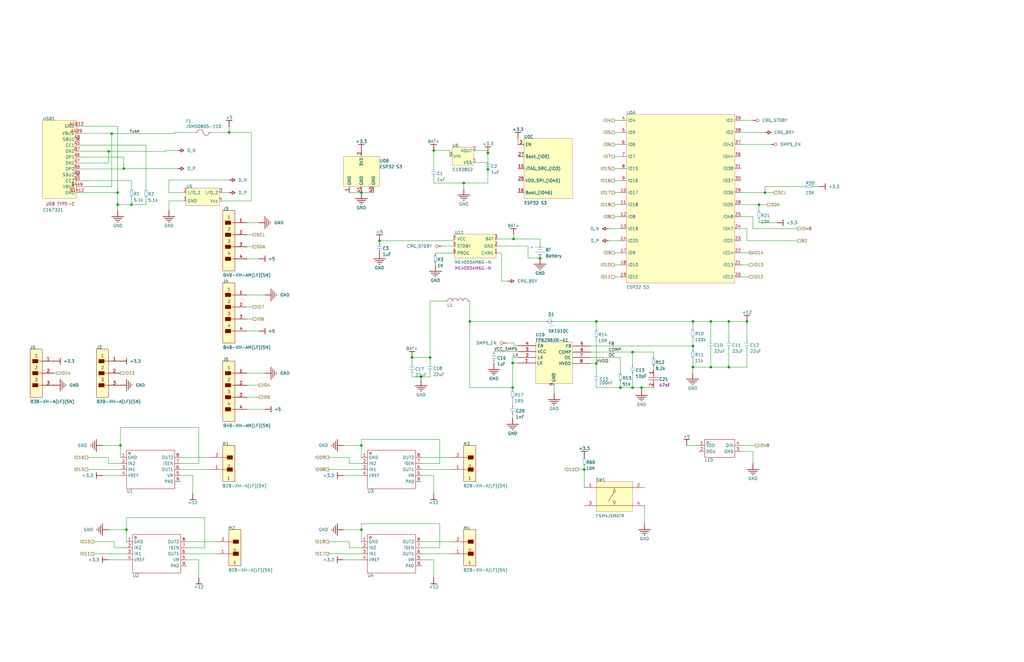
<source format=kicad_sch>
(kicad_sch (version 20250114) (generator "eeschema") (generator_version "9.0")
  (paper "B")
  (junction (at 177.546 159.004))
  (junction (at 307.34 135.636))
  (junction (at 266.7 148.59))
  (junction (at 160.036 101.6))
  (junction (at 152.4 187.96))
  (junction (at 49.634 81.28))
  (junction (at 195.58 77.216))
  (junction (at 182.88 63.5))
  (junction (at 322.58 81.28))
  (junction (at 307.34 154.94))
  (junction (at 205.74 71.522))
  (junction (at 49.634 86.36))
  (junction (at 52.174 71.12))
  (junction (at 152.4 223.52))
  (junction (at 292.206 135.636))
  (junction (at 261.62 163.576))
  (junction (at 198.12 135.636))
  (junction (at 292.206 146.05))
  (junction (at 216.154 153.202))
  (junction (at 181.356 150.876))
  (junction (at 96.624 55.88))
  (junction (at 320.04 86.36))
  (junction (at 270.51 163.576))
  (junction (at 246.38 198.12))
  (junction (at 314.96 135.636))
  (junction (at 53.34 223.52))
  (junction (at 216.56 100.832))
  (junction (at 227.736 108.96))
  (junction (at 152.4 81.28))
  (junction (at 266.7 163.576))
  (junction (at 55.476 86.36))
  (junction (at 299.72 135.636))
  (junction (at 216.154 163.576))
  (junction (at 45.824 63.888))
  (junction (at 299.72 154.94))
  (junction (at 50.8 187.96))
  (junction (at 47.094 56.388))
  (junction (at 173.736 150.876))
  (junction (at 251.46 153.376))
  (junction (at 292.206 154.94))
  (junction (at 251.46 135.636))
  (junction (at 205.74 64.516))
  (no_connect (at 33.02 73.78))
  (no_connect (at 33.02 58.78))
  (wire (pts (xy 205.74 64.516) (xy 205.74 68.072)))
  (wire (pts (xy 69.954 63.888) (xy 69.954 63.5)))
  (wire (pts (xy 205.74 68.58) (xy 205.74 71.522)))
  (wire (pts (xy 198.12 163.576) (xy 216.154 163.576)))
  (wire (pts (xy 266.7 148.59) (xy 266.7 154.136)))
  (wire (pts (xy 78.74 233.68) (xy 91.44 233.68)))
  (wire (pts (xy 233.68 166.116) (xy 233.68 162.376)))
  (wire (pts (xy 314.96 96.52) (xy 314.96 101.6)))
  (wire (pts (xy 195.58 77.216) (xy 182.88 77.216)))
  (wire (pts (xy 320.04 93.98) (xy 327.66 93.98)))
  (wire (pts (xy 185.42 220.98) (xy 152.4 220.98)))
  (wire (pts (xy 208.28 152.4) (xy 208.28 153.416)))
  (wire (pts (xy 243.84 198.12) (xy 246.38 198.12)))
  (wire (pts (xy 177.8 193.04) (xy 190.5 193.04)))
  (wire (pts (xy 312.42 111.76) (xy 315.978 111.76)))
  (wire (pts (xy 104.14 109.22) (xy 109.22 109.22)))
  (wire (pts (xy 104.14 139.7) (xy 109.22 139.7)))
  (wire (pts (xy 48.26 231.14) (xy 53.34 231.14)))
  (wire (pts (xy 81.28 200.66) (xy 81.28 208.28)))
  (wire (pts (xy 216.154 171.302) (xy 216.154 168.042)))
  (wire (pts (xy 147.32 228.6) (xy 147.32 231.14)))
  (wire (pts (xy 33.02 68.78) (xy 45.824 68.78)))
  (wire (pts (xy 152.4 223.52) (xy 152.4 228.6)))
  (wire (pts (xy 183.612 106.832) (xy 191.16 106.832)))
  (wire (pts (xy 49.634 81.28) (xy 33.02 81.28)))
  (wire (pts (xy 32.77 56.28) (xy 47.094 56.28)))
  (wire (pts (xy 50.8 180.34) (xy 50.8 187.96)))
  (wire (pts (xy 322.58 81.28) (xy 312.42 81.28)))
  (wire (pts (xy 96.624 55.88) (xy 106.022 55.88)))
  (wire (pts (xy 37.082 193.04) (xy 45.72 193.04)))
  (wire (pts (xy 181.356 150.876) (xy 173.736 150.876)))
  (wire (pts (xy 216.56 99.054) (xy 216.56 100.832)))
  (wire (pts (xy 182.88 77.216) (xy 182.88 74.57)))
  (wire (pts (xy 96.624 53.34) (xy 96.624 55.88)))
  (wire (pts (xy 181.356 156.866) (xy 181.356 159.004)))
  (wire (pts (xy 177.8 231.14) (xy 185.42 231.14)))
  (wire (pts (xy 48.26 228.6) (xy 48.26 231.14)))
  (wire (pts (xy 259.08 106.68) (xy 261.62 106.68)))
  (wire (pts (xy 144.78 187.96) (xy 152.4 187.96)))
  (wire (pts (xy 312.42 187.96) (xy 318.518 187.96)))
  (wire (pts (xy 71.246 84.78) (xy 77.574 84.78)))
  (wire (pts (xy 185.42 231.14) (xy 185.42 220.98)))
  (wire (pts (xy 292.206 146.05) (xy 292.206 147.68)))
  (wire (pts (xy 182.88 200.66) (xy 182.88 208.28)))
  (wire (pts (xy 216.154 153.202) (xy 218.274 153.202)))
  (wire (pts (xy 69.954 63.5) (xy 75.034 63.5)))
  (wire (pts (xy 191.16 103.832) (xy 186.08 103.832)))
  (wire (pts (xy 177.546 159.004) (xy 173.736 159.004)))
  (wire (pts (xy 246.38 198.12) (xy 246.38 205.74)))
  (wire (pts (xy 299.72 147.066) (xy 299.72 154.94)))
  (wire (pts (xy 317.5 190.5) (xy 317.5 195.58)))
  (wire (pts (xy 191.16 101.6) (xy 191.16 100.832)))
  (wire (pts (xy 45.72 236.22) (xy 53.34 236.22)))
  (wire (pts (xy 88.9 55.88) (xy 96.624 55.88)))
  (wire (pts (xy 96.624 75.946) (xy 71.224 75.946)))
  (wire (pts (xy 177.8 228.6) (xy 190.5 228.6)))
  (wire (pts (xy 61.572 86.36) (xy 61.572 83.312)))
  (wire (pts (xy 259.08 66.04) (xy 261.62 66.04)))
  (wire (pts (xy 43.18 187.96) (xy 50.8 187.96)))
  (wire (pts (xy 71.224 81.28) (xy 77.574 81.28)))
  (wire (pts (xy 209.66 106.832) (xy 211.48 106.832)))
  (wire (pts (xy 160.02 106.153) (xy 160.02 106.68)))
  (wire (pts (xy 322.58 81.28) (xy 322.58 78.74)))
  (wire (pts (xy 320.04 86.36) (xy 320.04 88.9)))
  (wire (pts (xy 314.96 154.94) (xy 307.34 154.94)))
  (wire (pts (xy 227.736 103.88) (xy 227.736 100.832)))
  (wire (pts (xy 147.32 195.58) (xy 152.4 195.58)))
  (wire (pts (xy 261.62 163.576) (xy 261.62 160.93)))
  (wire (pts (xy 314.96 135.636) (xy 307.34 135.636)))
  (wire (pts (xy 292.206 151.13) (xy 292.206 154.94)))
  (wire (pts (xy 152.4 220.98) (xy 152.4 223.52)))
  (wire (pts (xy 200.66 68.58) (xy 205.74 68.58)))
  (wire (pts (xy 152.4 185.42) (xy 152.4 187.96)))
  (wire (pts (xy 33.02 63.78) (xy 45.824 63.78)))
  (wire (pts (xy 52.174 71.28) (xy 52.174 71.12)))
  (wire (pts (xy 43.18 200.66) (xy 50.8 200.66)))
  (wire (pts (xy 259.08 86.36) (xy 261.62 86.36)))
  (wire (pts (xy 326.52 81.28) (xy 322.58 81.28)))
  (wire (pts (xy 182.88 236.22) (xy 182.88 243.84)))
  (wire (pts (xy 251.46 153.376) (xy 248.974 153.376)))
  (wire (pts (xy 249.174 148.59) (xy 266.7 148.59)))
  (wire (pts (xy 104.14 162.56) (xy 109.22 162.56)))
  (wire (pts (xy 45.72 195.58) (xy 50.8 195.58)))
  (wire (pts (xy 173.736 159.004) (xy 173.736 157.12)))
  (wire (pts (xy 71.246 88.878) (xy 71.246 84.78)))
  (wire (pts (xy 198.12 127) (xy 198.12 135.636)))
  (wire (pts (xy 227.736 108.96) (xy 227.736 107.88)))
  (wire (pts (xy 213.36 144.78) (xy 216.916 144.78)))
  (wire (pts (xy 299.72 135.636) (xy 292.206 135.636)))
  (wire (pts (xy 266.7 148.59) (xy 275.59 148.59)))
  (wire (pts (xy 49.634 86.36) (xy 49.634 88.9)))
  (wire (pts (xy 61.572 79.862) (xy 61.572 61.28)))
  (wire (pts (xy 320.04 92.35) (xy 320.04 93.98)))
  (wire (pts (xy 55.476 86.36) (xy 61.572 86.36)))
  (wire (pts (xy 259.08 50.8) (xy 261.62 50.8)))
  (wire (pts (xy 312.42 116.84) (xy 315.978 116.84)))
  (wire (pts (xy 47.094 78.78) (xy 47.094 56.388)))
  (wire (pts (xy 322.58 78.74) (xy 339.45 78.74)))
  (wire (pts (xy 47.094 56.388) (xy 73.764 56.388)))
  (wire (pts (xy 216.916 145.876) (xy 218.474 145.876)))
  (wire (pts (xy 160.036 102.704) (xy 160.036 101.6)))
  (wire (pts (xy 209.66 103.832) (xy 222.656 103.832)))
  (wire (pts (xy 259.08 111.76) (xy 261.62 111.76)))
  (wire (pts (xy 96.624 81.28) (xy 93.574 81.28)))
  (wire (pts (xy 76.2 193.04) (xy 88.9 193.04)))
  (wire (pts (xy 216.154 174.752) (xy 216.154 176.53)))
  (wire (pts (xy 259.08 81.28) (xy 261.62 81.28)))
  (wire (pts (xy 292.1 154.94) (xy 292.206 154.94)))
  (wire (pts (xy 22.86 157.48) (xy 23.878 157.48)))
  (wire (pts (xy 138.682 198.12) (xy 152.4 198.12)))
  (wire (pts (xy 78.74 231.14) (xy 86.36 231.14)))
  (wire (pts (xy 185.42 185.42) (xy 152.4 185.42)))
  (wire (pts (xy 233.68 162.376) (xy 233.474 162.376)))
  (wire (pts (xy 299.72 143.616) (xy 299.72 135.636)))
  (wire (pts (xy 189.66 63.5) (xy 182.88 63.5)))
  (wire (pts (xy 104.14 104.14) (xy 106.68 104.14)))
  (wire (pts (xy 49.634 81.28) (xy 49.634 86.36)))
  (wire (pts (xy 312.42 86.36) (xy 320.04 86.36)))
  (wire (pts (xy 182.88 63.5) (xy 182.88 71.12)))
  (wire (pts (xy 177.8 198.12) (xy 190.5 198.12)))
  (wire (pts (xy 251.46 161.29) (xy 251.46 163.576)))
  (wire (pts (xy 251.46 135.636) (xy 292.206 135.636)))
  (wire (pts (xy 106.022 84.78) (xy 93.574 84.78)))
  (wire (pts (xy 144.78 200.66) (xy 152.4 200.66)))
  (wire (pts (xy 259.08 116.84) (xy 261.62 116.84)))
  (wire (pts (xy 317.5 96.52) (xy 336.298 96.52)))
  (wire (pts (xy 230.378 135.636) (xy 198.12 135.636)))
  (wire (pts (xy 39.622 228.6) (xy 48.26 228.6)))
  (wire (pts (xy 61.572 61.28) (xy 33.02 61.28)))
  (wire (pts (xy 138.682 233.68) (xy 152.4 233.68)))
  (wire (pts (xy 144.78 236.22) (xy 152.4 236.22)))
  (wire (pts (xy 181.356 153.416) (xy 181.356 150.876)))
  (wire (pts (xy 73.764 56.388) (xy 73.764 55.88)))
  (wire (pts (xy 205.74 71.522) (xy 205.74 77.216)))
  (wire (pts (xy 292.1 157.48) (xy 292.1 154.94)))
  (wire (pts (xy 160.036 106.153) (xy 160.02 106.153)))
  (wire (pts (xy 45.824 68.78) (xy 45.824 63.888)))
  (wire (pts (xy 49.634 53.28) (xy 49.634 81.28)))
  (wire (pts (xy 144.78 223.52) (xy 152.4 223.52)))
  (wire (pts (xy 198.12 135.636) (xy 198.12 163.576)))
  (wire (pts (xy 76.2 200.66) (xy 81.28 200.66)))
  (wire (pts (xy 45.824 63.78) (xy 45.824 63.888)))
  (wire (pts (xy 138.682 228.6) (xy 147.32 228.6)))
  (wire (pts (xy 251.46 163.576) (xy 261.62 163.576)))
  (wire (pts (xy 261.62 55.88) (xy 259.08 55.88)))
  (wire (pts (xy 39.622 233.68) (xy 53.34 233.68)))
  (wire (pts (xy 261.62 96.52) (xy 256.54 96.52)))
  (wire (pts (xy 211.48 106.832) (xy 211.48 118.612)))
  (wire (pts (xy 73.764 55.88) (xy 82.4 55.88)))
  (wire (pts (xy 189.66 65.98) (xy 189.66 63.5)))
  (wire (pts (xy 76.2 195.58) (xy 83.82 195.58)))
  (wire (pts (xy 275.59 148.59) (xy 275.59 150.876)))
  (wire (pts (xy 261.62 163.576) (xy 266.7 163.576)))
  (wire (pts (xy 233.426 135.636) (xy 251.46 135.636)))
  (wire (pts (xy 270.51 164.338) (xy 270.51 163.576)))
  (wire (pts (xy 292.206 135.636) (xy 292.206 138.79)))
  (wire (pts (xy 50.8 187.96) (xy 50.8 193.04)))
  (wire (pts (xy 266.7 163.576) (xy 270.51 163.576)))
  (wire (pts (xy 76.2 198.12) (xy 88.9 198.12)))
  (wire (pts (xy 181.356 150.876) (xy 181.356 127)))
  (wire (pts (xy 177.546 159.004) (xy 177.546 160.274)))
  (wire (pts (xy 218.474 148.376) (xy 208.28 148.376)))
  (wire (pts (xy 33.02 66.28) (xy 52.174 66.28)))
  (wire (pts (xy 49.634 86.36) (xy 55.476 86.36)))
  (wire (pts (xy 52.174 71.12) (xy 75.034 71.12)))
  (wire (pts (xy 292.206 146.05) (xy 292.206 142.24)))
  (wire (pts (xy 47.094 56.28) (xy 47.094 56.388)))
  (wire (pts (xy 33.02 71.28) (xy 52.174 71.28)))
  (wire (pts (xy 83.82 195.58) (xy 83.82 180.34)))
  (wire (pts (xy 152.4 187.96) (xy 152.4 193.04)))
  (wire (pts (xy 160.036 101.6) (xy 191.16 101.6)))
  (wire (pts (xy 183.612 107.469) (xy 183.612 106.832)))
  (wire (pts (xy 52.174 66.28) (xy 52.174 71.12)))
  (wire (pts (xy 55.476 83.206) (xy 55.476 86.36)))
  (wire (pts (xy 314.96 143.616) (xy 314.96 135.636)))
  (wire (pts (xy 227.736 100.832) (xy 216.56 100.832)))
  (wire (pts (xy 246.38 196.49) (xy 246.38 198.12)))
  (wire (pts (xy 86.36 218.44) (xy 53.34 218.44)))
  (wire (pts (xy 307.34 143.616) (xy 307.34 135.636)))
  (wire (pts (xy 216.154 163.576) (xy 216.154 153.202)))
  (wire (pts (xy 216.154 163.576) (xy 216.154 164.592)))
  (wire (pts (xy 261.62 60.96) (xy 259.08 60.96)))
  (wire (pts (xy 270.51 163.576) (xy 275.59 163.576)))
  (wire (pts (xy 261.62 150.876) (xy 248.974 150.876)))
  (wire (pts (xy 106.022 55.88) (xy 106.022 84.78)))
  (wire (pts (xy 55.476 79.756) (xy 55.476 76.28)))
  (wire (pts (xy 86.36 231.14) (xy 86.36 218.44)))
  (wire (pts (xy 205.74 63.58) (xy 205.74 64.516)))
  (wire (pts (xy 292.206 154.94) (xy 299.72 154.94)))
  (wire (pts (xy 299.72 154.94) (xy 307.34 154.94)))
  (wire (pts (xy 104.14 167.64) (xy 109.22 167.64)))
  (wire (pts (xy 259.08 71.12) (xy 261.62 71.12)))
  (wire (pts (xy 261.62 101.6) (xy 256.54 101.6)))
  (wire (pts (xy 104.14 93.98) (xy 109.22 93.98)))
  (wire (pts (xy 83.82 180.34) (xy 50.8 180.34)))
  (wire (pts (xy 312.42 96.52) (xy 314.96 96.52)))
  (wire (pts (xy 37.082 198.12) (xy 50.8 198.12)))
  (wire (pts (xy 160.02 101.6) (xy 160.036 101.6)))
  (wire (pts (xy 314.96 101.6) (xy 336.298 101.6)))
  (wire (pts (xy 342.9 78.74) (xy 345.44 78.74)))
  (wire (pts (xy 173.736 150.876) (xy 173.736 153.67)))
  (wire (pts (xy 53.34 223.52) (xy 53.34 228.6)))
  (wire (pts (xy 53.34 218.44) (xy 53.34 223.52)))
  (wire (pts (xy 208.28 148.376) (xy 208.28 148.95)))
  (wire (pts (xy 325.12 60.96) (xy 312.42 60.96)))
  (wire (pts (xy 312.42 190.5) (xy 317.5 190.5)))
  (wire (pts (xy 152.4 81.28) (xy 157.48 81.28)))
  (wire (pts (xy 104.14 124.46) (xy 111.76 124.46)))
  (wire (pts (xy 317.5 91.44) (xy 317.5 96.52)))
  (wire (pts (xy 104.14 157.48) (xy 111.76 157.48)))
  (wire (pts (xy 216.154 153.202) (xy 216.154 150.876)))
  (wire (pts (xy 216.56 100.832) (xy 209.66 100.832)))
  (wire (pts (xy 312.42 106.68) (xy 317.5 106.68)))
  (wire (pts (xy 181.356 159.004) (xy 177.546 159.004)))
  (wire (pts (xy 266.7 157.586) (xy 266.7 163.576)))
  (wire (pts (xy 251.46 139.192) (xy 251.46 135.636)))
  (wire (pts (xy 261.62 157.48) (xy 261.62 150.876)))
  (wire (pts (xy 181.356 127) (xy 187.96 127)))
  (wire (pts (xy 294.64 187.96) (xy 289.56 187.96)))
  (wire (pts (xy 271.78 213.36) (xy 271.78 220.98)))
  (wire (pts (xy 211.48 118.612) (xy 214.274 118.612)))
  (wire (pts (xy 78.74 228.6) (xy 91.44 228.6)))
  (wire (pts (xy 218.44 60.96) (xy 218.44 58.42)))
  (wire (pts (xy 147.32 193.04) (xy 147.32 195.58)))
  (wire (pts (xy 55.476 76.28) (xy 33.02 76.28)))
  (wire (pts (xy 147.32 81.28) (xy 152.4 81.28)))
  (wire (pts (xy 78.74 236.22) (xy 83.82 236.22)))
  (wire (pts (xy 216.154 150.876) (xy 218.474 150.876)))
  (wire (pts (xy 45.824 63.888) (xy 69.954 63.888)))
  (wire (pts (xy 104.14 134.62) (xy 106.68 134.62)))
  (wire (pts (xy 83.82 236.22) (xy 83.82 243.84)))
  (wire (pts (xy 314.96 147.066) (xy 314.96 154.94)))
  (wire (pts (xy 312.42 50.8) (xy 317.5 50.8)))
  (wire (pts (xy 104.14 172.72) (xy 111.76 172.72)))
  (wire (pts (xy 45.72 193.04) (xy 45.72 195.58)))
  (wire (pts (xy 147.32 231.14) (xy 152.4 231.14)))
  (wire (pts (xy 104.14 129.54) (xy 106.68 129.54)))
  (wire (pts (xy 186.08 103.832) (xy 186.08 103.88)))
  (wire (pts (xy 183.612 110.919) (xy 183.612 111.969)))
  (wire (pts (xy 222.656 108.96) (xy 227.736 108.96)))
  (wire (pts (xy 177.8 195.58) (xy 185.42 195.58)))
  (wire (pts (xy 222.656 103.832) (xy 222.656 108.96)))
  (wire (pts (xy 259.08 91.44) (xy 261.62 91.44)))
  (wire (pts (xy 177.8 233.68) (xy 190.5 233.68)))
  (wire (pts (xy 307.34 135.636) (xy 299.72 135.636)))
  (wire (pts (xy 312.42 91.44) (xy 317.5 91.44)))
  (wire (pts (xy 312.42 55.88) (xy 322.58 55.88)))
  (wire (pts (xy 251.46 157.84) (xy 251.46 153.376)))
  (wire (pts (xy 71.224 75.946) (xy 71.224 81.28)))
  (wire (pts (xy 251.46 153.376) (xy 251.46 142.642)))
  (wire (pts (xy 45.72 223.52) (xy 53.34 223.52)))
  (wire (pts (xy 205.74 77.216) (xy 195.58 77.216)))
  (wire (pts (xy 185.42 195.58) (xy 185.42 185.42)))
  (wire (pts (xy 138.682 193.04) (xy 147.32 193.04)))
  (wire (pts (xy 32.77 53.28) (xy 49.634 53.28)))
  (wire (pts (xy 200.66 63.58) (xy 205.74 63.58)))
  (wire (pts (xy 249.174 146.05) (xy 292.206 146.05)))
  (wire (pts (xy 33.02 78.78) (xy 47.094 78.78)))
  (wire (pts (xy 216.916 144.78) (xy 216.916 145.876)))
  (wire (pts (xy 307.34 154.94) (xy 307.34 147.066)))
  (wire (pts (xy 275.59 154.326) (xy 275.59 155.956)))
  (wire (pts (xy 195.58 77.216) (xy 195.58 79.756)))
  (wire (pts (xy 259.08 76.2) (xy 261.62 76.2)))
  (wire (pts (xy 320.04 86.36) (xy 323.598 86.36)))
  (wire (pts (xy 177.8 200.66) (xy 182.88 200.66)))
  (wire (pts (xy 104.14 99.06) (xy 106.68 99.06)))
  (wire (pts (xy 177.8 236.22) (xy 182.88 236.22)))
  (label "COMP" (at 256.54 148.59 0))
  (label "FB" (at 256.54 146.05 0))
  (label "fuse" (at 54.714 56.388 0))
  (label "LX" (at 216.154 150.876 0))
  (label "HVDD" (at 251.46 153.376 0))
  (label "OC" (at 256.54 150.876 0))
  (label "VCC_SMPS" (at 208.28 148.376 0))
  (hierarchical_label "IO12" (shape passive) (at 315.978 116.84 0))
  (hierarchical_label "IO18" (shape passive) (at 259.08 86.36 180))
  (hierarchical_label "SCL" (shape passive) (at 326.52 81.28 0))
  (hierarchical_label "IO09" (shape passive) (at 138.682 193.04 180))
  (hierarchical_label "IO15" (shape passive) (at 37.082 198.12 180))
  (hierarchical_label "IO15" (shape passive) (at 259.08 71.12 180))
  (hierarchical_label "IO48" (shape passive) (at 318.518 187.96 0))
  (hierarchical_label "IO14" (shape passive) (at 315.978 106.68 0))
  (hierarchical_label "IO11" (shape passive) (at 259.08 116.84 180))
  (hierarchical_label "IO17" (shape passive) (at 138.682 233.68 180))
  (hierarchical_label "IO9" (shape passive) (at 259.08 106.68 180))
  (hierarchical_label "IO11" (shape passive) (at 39.622 233.68 180))
  (hierarchical_label "IO10" (shape passive) (at 39.622 228.6 180))
  (hierarchical_label "IO13" (shape passive) (at 315.978 111.76 0))
  (hierarchical_label "IO6" (shape passive) (at 259.08 60.96 180))
  (hierarchical_label "B2" (shape passive) (at 336.298 101.6 0))
  (hierarchical_label "IO13" (shape passive) (at 50.8 157.48 0))
  (hierarchical_label "IO5" (shape passive) (at 259.08 55.88 180))
  (hierarchical_label "IO14" (shape passive) (at 23.878 157.48 0))
  (hierarchical_label "IO8" (shape passive) (at 259.08 91.44 180))
  (hierarchical_label "IO7" (shape passive) (at 259.08 66.04 180))
  (hierarchical_label "IO5" (shape passive) (at 109.22 167.64 0))
  (hierarchical_label "IO16" (shape passive) (at 37.082 193.04 180))
  (hierarchical_label "IO18" (shape passive) (at 138.682 228.6 180))
  (hierarchical_label "IO48" (shape passive) (at 336.298 96.52 0))
  (hierarchical_label "IO17" (shape passive) (at 259.08 81.28 180))
  (hierarchical_label "IO08" (shape passive) (at 138.682 198.12 180))
  (hierarchical_label "IO4" (shape passive) (at 109.22 162.56 0))
  (hierarchical_label "SCL" (shape passive) (at 106.68 99.06 0))
  (hierarchical_label "IO7" (shape passive) (at 106.68 129.54 0))
  (hierarchical_label "IO4" (shape passive) (at 259.08 50.8 180))
  (hierarchical_label "IO12" (shape passive) (at 243.84 198.12 180))
  (hierarchical_label "IO16" (shape passive) (at 259.08 76.2 180))
  (hierarchical_label "IO6" (shape passive) (at 106.68 134.62 0))
  (hierarchical_label "SDA" (shape passive) (at 323.598 86.36 0))
  (hierarchical_label "IO10" (shape passive) (at 259.08 111.76 180))
  (hierarchical_label "SDA" (shape passive) (at 106.68 104.14 0))
  (symbol (lib_id "Lukasz Kozyra:root_3_CAP-NP-2_Lukasz Kozyra") (at 275.59 155.956 0) (unit 1)
    (property "Reference" "C21" (at 277.876 160.782 0) (effects (justify left bottom)))
    (property "Value" "Capacitor 47nF +/-20% 50V 0402" (effects (hide yes)))
    (property "Footprint" "CAPC0402(1005)60_L" (effects (hide yes)))
    (property "Description" "Chip Capacitor, 47nF +/-20%, 50V, 0402, Thickness 0.6 mm" (effects (hide yes)))
    (property "PINS" "2" (effects (hide yes)))
    (property "MOUNTING TECHNOLOGY" "SMT" (effects (hide yes)))
    (property "VOLTAGE RATING" "50V" (effects (hide yes)))
    (property "CASE/PACKAGE" "0402" (effects (hide yes)))
    (property "MAX OPERATING TEMPERATURE" "85°C" (effects (hide yes)))
    (property "TOLERANCE" "20%" (effects (hide yes)))
    (property "MIN OPERATING TEMPERATURE" "-55°C" (effects (hide yes)))
    (property "ALTIUM_VALUE" "47nF" (at 277.876 163.322 0) (effects (justify left bottom)))
  )
  (symbol (lib_id "IntegratedBoard-altium-import:+3.3_BAR") (at 45.72 236.22 270) (unit 1)
    (property "Reference" "#PWR?" (effects (hide yes)))
    (property "Value" "+3.3" (at 41.91 236.22 90) (effects (justify right)))
  )
  (symbol (lib_id "Hub 2.0:root_0_Battery_Hub 2.0.SchLib") (at 227.736 106.38 0) (unit 1)
    (property "Reference" "BT" (at 229.99 106.166 0) (effects (justify left bottom)))
    (property "Value" "Battery" (at 229.99 108.706 0) (effects (justify left bottom)))
    (property "Footprint" "XT30U-M" (effects (hide yes)))
    (property "Description" "Power Connectors RoHS" (effects (hide yes)))
  )
  (symbol (lib_id "Hub 2.0:root_1_RTT021003FTH_Hub 2.0.SchLib") (at 292.206 140.49 0) (unit 1)
    (property "Reference" "R10" (at 292.968 141.576 0) (effects (justify left bottom)))
    (property "Value" "100k" (at 292.968 144.116 0) (effects (justify left bottom)))
    (property "Footprint" "0402R" (effects (hide yes)))
    (property "Description" "Resistor 100kΩ ±1% 1/16W Thick Film Resistors 50V ±100ppm/℃ -55℃~+155℃  0402" (effects (hide yes)))
    (property "SUPPLIER 1" "LCSC" (effects (hide yes)))
    (property "SUPPLIER PART NUMBER 1" "C102750" (effects (hide yes)))
    (property "MANUFACTURER 1" "RALEC" (effects (hide yes)))
    (property "MANUFACTURER PART NUMBER 1" "RTT021003FTH" (effects (hide yes)))
  )
  (symbol (lib_id "Lukasz Kozyra:root_2_3bc925449376181038e59eaffc5286c_Lukasz Kozyra") (at 190.5 233.68 0) (unit 1)
    (property "Reference" "M4" (at 195.326 223.52 0) (effects (justify left bottom)))
    (property "Value" "B2B-XH-A(LF)(SN)" (at 195.326 241.3 0) (effects (justify left bottom)))
    (property "Footprint" "FP-B2B-XH-A_LF_SN-MFG" (effects (hide yes)))
    (property "Description" "CONNECTOR HEADER, XH SERIES, 2 POSITION, 2.50MM, Press-Fit Solder, Detent Lock, Natural" (effects (hide yes)))
  )
  (symbol (lib_id "IntegratedBoard-altium-import:+12_BAR") (at 314.96 135.636 180) (unit 1)
    (property "Reference" "#PWR?" (effects (hide yes)))
    (property "Value" "+12" (at 314.96 131.826 0))
  )
  (symbol (lib_id "Lukasz Kozyra:root_2_3bc925449376181038e59eaffc5286c_Lukasz Kozyra") (at 91.44 233.68 0) (unit 1)
    (property "Reference" "M2" (at 96.266 223.52 0) (effects (justify left bottom)))
    (property "Value" "B2B-XH-A(LF)(SN)" (at 96.266 241.3 0) (effects (justify left bottom)))
    (property "Footprint" "FP-B2B-XH-A_LF_SN-MFG" (effects (hide yes)))
    (property "Description" "CONNECTOR HEADER, XH SERIES, 2 POSITION, 2.50MM, Press-Fit Solder, Detent Lock, Natural" (effects (hide yes)))
  )
  (symbol (lib_id "FableSchematicLibrary:root_1_RC-02W512JT_FableSchematicLibrary.SchLib") (at 61.572 81.562 0) (unit 1)
    (property "Reference" "R2" (at 62.334 82.648 0) (effects (justify left bottom)))
    (property "Value" "5.1k" (at 62.334 85.188 0) (effects (justify left bottom)))
    (property "Footprint" "FableFootPrintLibrary.PcbLib:0402R" (effects (hide yes)))
    (property "Description" "Resistor 5.1kΩ ±5% 1/16W ±200ppm/℃ 0402" (effects (hide yes)))
    (property "COMPONENTLINK1DESCRIPTION" "Supplier Link 1" (effects (hide yes)))
    (property "COMPONENTLINK1URL" "https://www.lcsc.com/product-detail/Chip-Resistor-Surface-Mount_FH-Guangdong-Fenghua-Advanced-Tech-RC-02W512JT_C258132.html" (effects (hide yes)))
    (property "SUPPLIER 1" "LCSC" (effects (hide yes)))
    (property "SUPPLIER PART NUMBER 1" "C258132" (effects (hide yes)))
    (property "MANUFACTURER 1" "FH(Guangdong Fenghua Advanced Tech)" (effects (hide yes)))
    (property "MANUFACTURER PART NUMBER 1" "RC-02W512JT" (effects (hide yes)))
  )
  (symbol (lib_id "Lukasz Kozyra:root_2_3bc925449376181038e59eaffc5286c_Lukasz Kozyra") (at 190.5 198.12 0) (unit 1)
    (property "Reference" "M3" (at 195.326 187.96 0) (effects (justify left bottom)))
    (property "Value" "B2B-XH-A(LF)(SN)" (at 195.326 205.74 0) (effects (justify left bottom)))
    (property "Footprint" "FP-B2B-XH-A_LF_SN-MFG" (effects (hide yes)))
    (property "Description" "CONNECTOR HEADER, XH SERIES, 2 POSITION, 2.50MM, Press-Fit Solder, Detent Lock, Natural" (effects (hide yes)))
  )
  (symbol (lib_id "IntegratedBoard-altium-import:GND_POWER_GROUND") (at 71.246 88.878 0) (unit 1)
    (property "Reference" "#PWR?" (effects (hide yes)))
    (property "Value" "GND" (at 71.246 95.228 0))
  )
  (symbol (lib_id "IntegratedBoard-altium-import:GND_POWER_GROUND") (at 208.28 153.416 0) (unit 1)
    (property "Reference" "#PWR?" (effects (hide yes)))
    (property "Value" "GND" (at 208.28 159.766 0))
  )
  (symbol (lib_id "IntegratedBoard-altium-import:+12_BAR") (at 83.82 243.84 0) (unit 1)
    (property "Reference" "#PWR?" (effects (hide yes)))
    (property "Value" "+12" (at 83.82 247.65 0))
  )
  (symbol (lib_id "IntegratedBoard-altium-import:CRG_BSY_ARROW") (at 322.58 55.88 90) (unit 1)
    (property "Reference" "#PWR?" (effects (hide yes)))
    (property "Value" "CRG_BSY" (at 326.39 55.88 90) (effects (justify right)))
  )
  (symbol (lib_id "IntegratedBoard-altium-import:+3.3_BAR") (at 43.18 200.66 270) (unit 1)
    (property "Reference" "#PWR?" (effects (hide yes)))
    (property "Value" "+3.3" (at 39.37 200.66 90) (effects (justify right)))
  )
  (symbol (lib_id "IntegratedBoard-altium-import:GND_POWER_GROUND") (at 49.634 88.9 0) (unit 1)
    (property "Reference" "#PWR?" (effects (hide yes)))
    (property "Value" "GND" (at 49.634 95.25 0))
  )
  (symbol (lib_id "IntegratedBoard-altium-import:GND_POWER_GROUND") (at 216.154 176.53 0) (unit 1)
    (property "Reference" "#PWR?" (effects (hide yes)))
    (property "Value" "GND" (at 216.154 182.88 0))
  )
  (symbol (lib_id "IntegratedBoard-altium-import:GND_POWER_GROUND") (at 183.612 111.969 0) (unit 1)
    (property "Reference" "#PWR?" (effects (hide yes)))
    (property "Value" "GND" (at 183.612 118.319 0))
  )
  (symbol (lib_id "Hub 2.0:root_3_0402WGJ0822TCE_Hub 2.0.SchLib") (at 275.59 152.626 0) (unit 1)
    (property "Reference" "R12" (at 276.352 153.662 0) (effects (justify left bottom)))
    (property "Value" "8.2k" (at 276.352 156.202 0) (effects (justify left bottom)))
    (property "Footprint" "0402R" (effects (hide yes)))
    (property "Description" "Resistor 8.2kΩ ±5% 1/16W Thick Film Resistors 50V ±100ppm/℃ -55℃~+155℃ 0402" (effects (hide yes)))
    (property "SUPPLIER 1" "LCSC" (effects (hide yes)))
    (property "SUPPLIER PART NUMBER 1" "C25946" (effects (hide yes)))
    (property "MANUFACTURER 1" "UNI-ROYAL(Uniroyal Elec)" (effects (hide yes)))
    (property "MANUFACTURER PART NUMBER 1" "0402WGJ0822TCE" (effects (hide yes)))
  )
  (symbol (lib_id "DRV8870DDAR1_DRV8870DDAR:root_0_DRV8870DDAR_DRV8870DDAR1_DRV8870DDAR.SCHLIB") (at 66.04 233.68 0) (unit 1)
    (property "Reference" "U2" (at 55.88 243.586 0) (effects (justify left bottom)))
    (property "Value" "DRV8870DDAR" (effects (hide yes)))
    (property "Footprint" "HSOP-8_L5.0-W4.0-P1.27-LS6.2-BL-EP" (effects (hide yes)))
    (property "SYMBOL" "DRV8870DDAR" (effects (hide yes)))
    (property "DEVICE" "DRV8870DDAR" (effects (hide yes)))
    (property "LCSC PART NAME" "DRV8870DDAR" (effects (hide yes)))
    (property "SUPPLIER PART" "C86590" (effects (hide yes)))
    (property "MANUFACTURER" "TI(德州仪器)" (effects (hide yes)))
    (property "MANUFACTURER PART" "DRV8870DDAR" (effects (hide yes)))
    (property "SUPPLIER FOOTPRINT" "HSOP-8-EP" (effects (hide yes)))
    (property "JLCPCB PART CLASS" "Extended Part" (effects (hide yes)))
    (property "DATASHEET" "https://www.ti.com/cn/lit/gpn/drv8870" (effects (hide yes)))
    (property "SUPPLIER" "LCSC" (effects (hide yes)))
    (property "ADD INTO BOM" "yes" (effects (hide yes)))
    (property "CONVERT TO PCB" "yes" (effects (hide yes)))
  )
  (symbol (lib_id "Hub 2.0:root_1_LN1132P332MR-G_Hub 2.0.SchLib") (at 200.66 66.08 0) (unit 1)
    (property "Reference" "U6" (at 190.71 62.08 0) (effects (justify left bottom)))
    (property "Value" "C193852" (at 190.71 72.27 0) (effects (justify left bottom)))
    (property "Footprint" "SOT-23" (effects (hide yes)))
    (property "Description" "LDO Fixed 3.3V 300mA SOT-23-3" (effects (hide yes)))
    (property "MANUFACTURER 1" "NATLINEAR" (effects (hide yes)))
    (property "MANUFACTURER PART NUMBER 1" "LN1132P332MR-G" (effects (hide yes)))
    (property "ROHS" "Yes" (effects (hide yes)))
    (property "CATEGORY" "Voltage Regulators - Linear" (effects (hide yes)))
    (property "STOCK 1" "1457" (effects (hide yes)))
    (property "PRICING 1" "1=0,65300, 10=0,53300, 25=0,47100, 50=0,42000, 100=0,36000, 250=0,31600, 500=0,25000, 1000=0,24000 (USD)" (effects (hide yes)))
    (property "CASE/PACKAGE" "SOT-23" (effects (hide yes)))
    (property "NUMBER OF PINS" "3" (effects (hide yes)))
    (property "MIN OPERATING TEMPERATURE" "-40°C" (effects (hide yes)))
    (property "MAX OPERATING TEMPERATURE" "85°C" (effects (hide yes)))
    (property "MAX INPUT VOLTAGE" "6V" (effects (hide yes)))
    (property "MIN INPUT VOLTAGE" "1.8V" (effects (hide yes)))
    (property "OUTPUT TYPE" "Fixed" (effects (hide yes)))
    (property "DROPOUT VOLTAGE" "250mV" (effects (hide yes)))
    (property "OUTPUT CURRENT" "200mA" (effects (hide yes)))
    (property "NOMINAL OUTPUT VOLTAGE" "3V" (effects (hide yes)))
    (property "PACKAGING" "Cut Tape" (effects (hide yes)))
    (property "REACH SVHC" "No SVHC" (effects (hide yes)))
    (property "COMPONENTLINK1URL" "https://datasheet.ciiva.com/22710/578820-22710967.pdf?src-supplier=Element14" (effects (hide yes)))
    (property "COMPONENTLINK1DESCRIPTION" "https://datasheet.ciiva.com/22710/578820-22710967.pdf?src-supplier=Element14" (effects (hide yes)))
    (property "SUPPLIER 1" "LCSC" (effects (hide yes)))
    (property "SUPPLIER PART NUMBER 1" "C193852" (effects (hide yes)))
  )
  (symbol (lib_id "IntegratedBoard-altium-import:GND_POWER_GROUND") (at 271.78 220.98 0) (unit 1)
    (property "Reference" "#PWR?" (effects (hide yes)))
    (property "Value" "GND" (at 271.78 227.33 0))
  )
  (symbol (lib_name "root_1_CL05A105KQ5NNNC_Hub 2.0.SchLib_1") (lib_id "Hub 2.0:root_1_CL05A105KQ5NNNC_Hub 2.0.SchLib") (at 160.036 104.403 0) (unit 1)
    (property "Reference" "C3" (at 161.306 105.54 0) (effects (justify left bottom)))
    (property "Value" "1uF" (at 161.306 108.08 0) (effects (justify left bottom)))
    (property "Footprint" "0402C" (effects (hide yes)))
    (property "Description" "Capacitor MLCC 1uF ±10% 6.3V X5R 0402" (effects (hide yes)))
    (property "COMPONENTLINK1DESCRIPTION" "LCSC Link" (effects (hide yes)))
    (property "COMPONENTLINK1URL" "https://lcsc.com/product-detail/Multilayer-Ceramic-Capacitors-MLCC-SMD-SMT_SAMSUNG_CL05A105KQ5NNNC_1uF-105-10-6-3V_C107372.html" (effects (hide yes)))
    (property "SUPPLIER 1" "LCSC" (effects (hide yes)))
    (property "MANUFACTURER 1" "Samsung Electro-Mechanics" (effects (hide yes)))
    (property "MANUFACTURER PART NUMBER 1" "CL05A105KQ5NNNC" (effects (hide yes)))
    (property "SUPPLIER PART NUMBER 1" "C107372" (effects (hide yes)))
  )
  (symbol (lib_id "Hub 2.0:root_2_RC-02W103JT_Hub 2.0.SchLib") (at 341.15 78.74 0) (unit 1)
    (property "Reference" "R20" (at 339.696 77.978 0) (effects (justify left bottom)))
    (property "Value" "10K" (at 339.696 82.042 0) (effects (justify left bottom)))
    (property "Footprint" "0402R" (effects (hide yes)))
    (property "Description" "Resistor 10kΩ ±5% 1/16W ±200ppm/℃ 0402" (effects (hide yes)))
    (property "COMPONENTLINK1DESCRIPTION" "LCSC Link" (effects (hide yes)))
    (property "COMPONENTLINK1URL" "https://lcsc.com/product-detail/Chip-Resistor-Surface-Mount_FH-Guangdong-Fenghua-Advanced-Tech-RC-02W103JT_C140214.html" (effects (hide yes)))
    (property "SUPPLIER 1" "LCSC" (effects (hide yes)))
    (property "SUPPLIER PART NUMBER 1" "C140214" (effects (hide yes)))
    (property "MANUFACTURER 1" "FH(Guangdong Fenghua Advanced Tech)" (effects (hide yes)))
    (property "MANUFACTURER PART NUMBER 1" "RC-02W103JT" (effects (hide yes)))
  )
  (symbol (lib_id "Hub 2.0:root_2_JSMD0805-110_Hub 2.0.SchLib") (at 85.65 55.88 0) (unit 1)
    (property "Reference" "F1" (at 78.336 51.816 0) (effects (justify left bottom)))
    (property "Value" "JSMD0805-110" (at 78.336 54.102 0) (effects (justify left bottom)))
    (property "Footprint" "0805" (effects (hide yes)))
    (property "Description" "Fuse  0805 2 A PTC Resettable" (effects (hide yes)))
    (property "SUPPLIER 1" "LCSC" (effects (hide yes)))
    (property "SUPPLIER PART NUMBER 1" "C692712" (effects (hide yes)))
    (property "MANUFACTURER 1" "Shenzhen Jinkaisheng Elec" (effects (hide yes)))
    (property "MANUFACTURER PART NUMBER 1" "JSMD0805-110" (effects (hide yes)))
  )
  (symbol (lib_id "Hub 2.0:root_2_mirrored_FP6296XR-G1_Hub 2.0.SchLib") (at 230.974 148.376 0) (unit 1)
    (property "Reference" "U10" (at 225.806 141.986 0) (effects (justify left bottom)))
    (property "Value" "FP6296XR-G1" (at 225.806 144.272 0) (effects (justify left bottom)))
    (property "Footprint" "SOP8_EP_150MIL" (effects (hide yes)))
    (property "Description" "DC DC Converter 12V 10A SOP-8_EP_150mil DC-DC Converters" (effects (hide yes)))
    (property "SUPPLIER 1" "Feeling Tech" (effects (hide yes)))
    (property "MANUFACTURER 1" "Unkown" (effects (hide yes)))
    (property "ROHS" "Yes" (effects (hide yes)))
    (property "CATEGORY" "Uncategorized" (effects (hide yes)))
    (property "STOCK 1" "4889" (effects (hide yes)))
    (property "PRICING 1" "1=0.40000, 10=0.34700, 25=0.32360, 100=0.25870, 250=0.24024, 500=0.20328, 1000=0.15708 (USD)" (effects (hide yes)))
    (property "MOUNT" "Surface Mount" (effects (hide yes)))
    (property "CASE/PACKAGE" "SOP-8_EP_150mil" (effects (hide yes)))
    (property "NUMBER OF PINS" "4" (effects (hide yes)))
    (property "CONTACT PLATING" "Tin,Matte" (effects (hide yes)))
    (property "MIN OPERATING TEMPERATURE" "-40°C" (effects (hide yes)))
    (property "MAX OPERATING TEMPERATURE" "85°C" (effects (hide yes)))
    (property "PACKAGING" "Tape and Reel" (effects (hide yes)))
    (property "TERMINATION" "SMD/SMT" (effects (hide yes)))
    (property "FREQUENCY" "2.5GHz" (effects (hide yes)))
    (property "BANDWIDTH" "2.5GHz" (effects (hide yes)))
    (property "IMPEDANCE" "50R" (effects (hide yes)))
    (property "INSERTION LOSS" "-1.1dB" (effects (hide yes)))
    (property "PACKAGE QUANTITY" "5000" (effects (hide yes)))
    (property "LENGTH" "1.4mm" (effects (hide yes)))
    (property "DEPTH" "0.85mm" (effects (hide yes)))
    (property "RADIATION HARDENING" "No" (effects (hide yes)))
    (property "LEAD FREE" "Lead Free" (effects (hide yes)))
    (property "REACH SVHC" "No SVHC" (effects (hide yes)))
    (property "COMPONENTLINK1URL" "*" (effects (hide yes)))
    (property "COMPONENTLINK1DESCRIPTION" "Supplier Link 1" (effects (hide yes)))
    (property "SUPPLIER PART NUMBER 1" "C133888" (effects (hide yes)))
    (property "MANUFACTURER PART NUMBER 1" "FP6296XR-G1" (effects (hide yes)))
  )
  (symbol (lib_id "IntegratedBoard-altium-import:D_P_ARROW") (at 256.54 101.6 270) (unit 1)
    (property "Reference" "#PWR?" (effects (hide yes)))
    (property "Value" "D_P" (at 252.73 101.6 90) (effects (justify right)))
  )
  (symbol (lib_id "IntegratedBoard-altium-import:CRG_STDBY_CIRCLE") (at 186.08 103.88 270) (unit 1)
    (property "Reference" "#PWR?" (effects (hide yes)))
    (property "Value" "CRG_STDBY" (at 182.27 103.88 90) (effects (justify right)))
  )
  (symbol (lib_id "IntegratedBoard-altium-import:GND_POWER_GROUND") (at 160.02 106.68 0) (unit 1)
    (property "Reference" "#PWR?" (effects (hide yes)))
    (property "Value" "GND" (at 160.02 113.03 0))
  )
  (symbol (lib_id "IntegratedBoard-altium-import:+5_BAR") (at 111.76 172.72 90) (unit 1)
    (property "Reference" "#PWR?" (effects (hide yes)))
    (property "Value" "+5" (at 115.57 172.72 90) (effects (justify right)))
  )
  (symbol (lib_id "IntegratedBoard-altium-import:GND_POWER_GROUND") (at 50.8 162.56 90) (unit 1)
    (property "Reference" "#PWR?" (effects (hide yes)))
    (property "Value" "GND" (at 57.15 162.56 90) (effects (justify right)))
  )
  (symbol (lib_id "IntegratedBoard-altium-import:+3.3_BAR") (at 22.86 152.4 90) (unit 1)
    (property "Reference" "#PWR?" (effects (hide yes)))
    (property "Value" "+3.3" (at 26.67 152.4 90) (effects (justify right)))
  )
  (symbol (lib_id "IntegratedBoard-altium-import:+5_BAR") (at 109.22 109.22 90) (unit 1)
    (property "Reference" "#PWR?" (effects (hide yes)))
    (property "Value" "+5" (at 113.03 109.22 90) (effects (justify right)))
  )
  (symbol (lib_id "IntegratedBoard-altium-import:D_N_ARROW") (at 75.034 63.5 90) (unit 1)
    (property "Reference" "#PWR?" (effects (hide yes)))
    (property "Value" "D_N" (at 78.844 63.5 90) (effects (justify right)))
  )
  (symbol (lib_id "IntegratedBoard-altium-import:GND_POWER_GROUND") (at 317.5 195.58 0) (unit 1)
    (property "Reference" "#PWR?" (effects (hide yes)))
    (property "Value" "GND" (at 317.5 201.93 0))
  )
  (symbol (lib_id "Hub 2.0:root_1_0402WGF1102TCE_Hub 2.0.SchLib") (at 292.206 149.38 0) (unit 1)
    (property "Reference" "R11" (at 292.968 150.466 0) (effects (justify left bottom)))
    (property "Value" "11k" (at 292.968 153.006 0) (effects (justify left bottom)))
    (property "Footprint" "0402R" (effects (hide yes)))
    (property "Description" "Resistor 11kΩ ±1% 1/16W Thick Film Resistors 50V ±100ppm/℃ -55℃~+155℃  0402" (effects (hide yes)))
    (property "SUPPLIER 1" "LCSC" (effects (hide yes)))
    (property "SUPPLIER PART NUMBER 1" "C25749" (effects (hide yes)))
    (property "MANUFACTURER 1" "UNI-ROYAL(Uniroyal Elec)" (effects (hide yes)))
    (property "MANUFACTURER PART NUMBER 1" "0402WGF1102TCE" (effects (hide yes)))
  )
  (symbol (lib_id "Hub 2.0:root_2_mirrored_PRTR5V0U2X215_Hub 2.0.SchLib") (at 85.574 83.28 0) (unit 1)
    (property "Reference" "U5" (at 78.424 79.38 0) (effects (justify left bottom)))
    (property "Value" "Unidirectional 5.5V 6V SOT-143 Diodes - ESD RoHS" (effects (hide yes)))
    (property "Footprint" "SOT143B" (effects (hide yes)))
    (property "Description" "ESD NEXPERIA - PRTR5V0U2X,215 - TVS-DIODE" (effects (hide yes)))
    (property "SUPPLIER 1" "LCSC" (effects (hide yes)))
    (property "COMPONENTLINK1URL" "*" (effects (hide yes)))
    (property "COMPONENTLINK1DESCRIPTION" "Supplier Link 1" (effects (hide yes)))
    (property "SUPPLIER PART NUMBER 1" "C12333" (effects (hide yes)))
    (property "MANUFACTURER 1" "NXP Semiconductors" (effects (hide yes)))
    (property "MANUFACTURER PART NUMBER 1" "PRTR5V0U2X215" (effects (hide yes)))
  )
  (symbol (lib_id "Hub 2.0:root_2_ME4055AM6G-N_Hub 2.0.SchLib") (at 199.66 95.832 0) (unit 1)
    (property "Reference" "U11" (at 191.66 98.832 0) (effects (justify left bottom)))
    (property "Value" "ME4055AM6G-N" (at 191.66 111.372 0) (effects (justify left bottom)))
    (property "Footprint" "SOT-23-6" (effects (hide yes)))
    (property "Description" "Battery Management SOT-23-6" (effects (hide yes)))
    (property "MANUFACTURER 1" "MICRONE (Nanjing Micro One Elec)" (effects (hide yes)))
    (property "ROHS" "Yes" (effects (hide yes)))
    (property "CATEGORY" "Battery Management" (effects (hide yes)))
    (property "STOCK 1" "1457" (effects (hide yes)))
    (property "PRICING 1" "1=0,65300, 10=0,53300, 25=0,47100, 50=0,42000, 100=0,36000, 250=0,31600, 500=0,25000, 1000=0,24000 (USD)" (effects (hide yes)))
    (property "CASE/PACKAGE" "SOT-23-6" (effects (hide yes)))
    (property "NUMBER OF PINS" "6" (effects (hide yes)))
    (property "MIN OPERATING TEMPERATURE" "-40°C" (effects (hide yes)))
    (property "MAX OPERATING TEMPERATURE" "85°C" (effects (hide yes)))
    (property "MAX INPUT VOLTAGE" "6V" (effects (hide yes)))
    (property "MIN INPUT VOLTAGE" "1.8V" (effects (hide yes)))
    (property "OUTPUT TYPE" "Fixed" (effects (hide yes)))
    (property "DROPOUT VOLTAGE" "250mV" (effects (hide yes)))
    (property "OUTPUT CURRENT" "200mA" (effects (hide yes)))
    (property "NOMINAL OUTPUT VOLTAGE" "3V" (effects (hide yes)))
    (property "PACKAGING" "Cut Tape" (effects (hide yes)))
    (property "REACH SVHC" "No SVHC" (effects (hide yes)))
    (property "COMPONENTLINK1URL" "https://datasheet.ciiva.com/22710/578820-22710967.pdf?src-supplier=Element14" (effects (hide yes)))
    (property "COMPONENTLINK1DESCRIPTION" "https://datasheet.ciiva.com/22710/578820-22710967.pdf?src-supplier=Element14" (effects (hide yes)))
    (property "MANUFACTURER PART NUMBER 1" "ME4055AM6G-N" (at 191.66 113.912 0) (effects (justify left bottom)))
  )
  (symbol (lib_id "IntegratedBoard-altium-import:GND_POWER_GROUND") (at 227.736 108.96 0) (unit 1)
    (property "Reference" "#PWR?" (effects (hide yes)))
    (property "Value" "GND" (at 227.736 115.31 0))
  )
  (symbol (lib_id "IntegratedBoard-altium-import:GND_POWER_GROUND") (at 270.51 164.338 0) (unit 1)
    (property "Reference" "#PWR?" (effects (hide yes)))
    (property "Value" "GND" (at 270.51 170.688 0))
  )
  (symbol (lib_id "IntegratedBoard-altium-import:GND_POWER_GROUND") (at 177.546 160.274 0) (unit 1)
    (property "Reference" "#PWR?" (effects (hide yes)))
    (property "Value" "GND" (at 177.546 166.624 0))
  )
  (symbol (lib_id "IntegratedBoard-altium-import:+3.3_BAR") (at 152.4 63.5 180) (unit 1)
    (property "Reference" "#PWR?" (effects (hide yes)))
    (property "Value" "+3.3" (at 152.4 59.69 0))
  )
  (symbol (lib_id "IntegratedBoard-altium-import:D_N_ARROW") (at 96.624 75.946 90) (unit 1)
    (property "Reference" "#PWR?" (effects (hide yes)))
    (property "Value" "D_N" (at 100.434 75.946 90) (effects (justify right)))
  )
  (symbol (lib_id "IntegratedBoard-altium-import:BAT+_BAR") (at 216.56 99.054 180) (unit 1)
    (property "Reference" "#PWR?" (effects (hide yes)))
    (property "Value" "BAT+" (at 216.56 95.244 0))
  )
  (symbol (lib_id "Hub 2.0:root_1_1206X226K160NT_Hub 2.0.SchLib") (at 173.736 155.37 0) (unit 1)
    (property "Reference" "C17" (at 175.006 156.456 0) (effects (justify left bottom)))
    (property "Value" "22uF" (at 175.006 158.996 0) (effects (justify left bottom)))
    (property "Footprint" "1206C" (effects (hide yes)))
    (property "Description" "Capacitor MLCC 22uF ±10% 16V X5R 1206" (effects (hide yes)))
    (property "COMPONENTLINK1DESCRIPTION" "LCSC Link" (effects (hide yes)))
    (property "COMPONENTLINK1URL" "https://lcsc.com/product-detail/Others_Samsung-Electro-Mechanics_CL05A475MQ5NRNC_Samsung-Electro-Mechanics-CL05A475MQ5NRNC_C307423.html" (effects (hide yes)))
    (property "SUPPLIER 1" "LCSC" (effects (hide yes)))
    (property "MANUFACTURER PART NUMBER 1" "1206X226K160NT" (effects (hide yes)))
    (property "MANUFACTURER 1" "FH(Guangdong Fenghua Advanced Tech)" (effects (hide yes)))
    (property "SUPPLIER PART NUMBER 1" "C105480" (effects (hide yes)))
  )
  (symbol (lib_id "DRV8870DDAR1_DRV8870DDAR:root_0_DRV8870DDAR_DRV8870DDAR1_DRV8870DDAR.SCHLIB") (at 165.1 233.68 0) (unit 1)
    (property "Reference" "U4" (at 154.94 243.586 0) (effects (justify left bottom)))
    (property "Value" "DRV8870DDAR" (effects (hide yes)))
    (property "Footprint" "HSOP-8_L5.0-W4.0-P1.27-LS6.2-BL-EP" (effects (hide yes)))
    (property "SYMBOL" "DRV8870DDAR" (effects (hide yes)))
    (property "DEVICE" "DRV8870DDAR" (effects (hide yes)))
    (property "LCSC PART NAME" "DRV8870DDAR" (effects (hide yes)))
    (property "SUPPLIER PART" "C86590" (effects (hide yes)))
    (property "MANUFACTURER" "TI(德州仪器)" (effects (hide yes)))
    (property "MANUFACTURER PART" "DRV8870DDAR" (effects (hide yes)))
    (property "SUPPLIER FOOTPRINT" "HSOP-8-EP" (effects (hide yes)))
    (property "JLCPCB PART CLASS" "Extended Part" (effects (hide yes)))
    (property "DATASHEET" "https://www.ti.com/cn/lit/gpn/drv8870" (effects (hide yes)))
    (property "SUPPLIER" "LCSC" (effects (hide yes)))
    (property "ADD INTO BOM" "yes" (effects (hide yes)))
    (property "CONVERT TO PCB" "yes" (effects (hide yes)))
  )
  (symbol (lib_id "XL-5050RGBC-WS2812B1_XL-5050RGBC-WS2812B:root_0_XL-5050RGBC-WS2812B_XL-5050RGBC-WS2812B1_XL-5050RGBC-WS2812B.SCHLIB") (at 303.53 189.23 0) (unit 1)
    (property "Reference" "LED" (at 297.18 194.818 0) (effects (justify left bottom)))
    (property "Value" "XL-5050RGBC-WS2812B" (effects (hide yes)))
    (property "Footprint" "LED-SMD_4P-L5.0-W5.0-BL_XL-5050RGBC" (effects (hide yes)))
    (property "SYMBOL" "XL-5050RGBC-WS2812B" (effects (hide yes)))
    (property "DEVICE" "XL-5050RGBC-WS2812B" (effects (hide yes)))
    (property "LCSC PART NAME" "XL-5050RGBC-WS2812B" (effects (hide yes)))
    (property "SUPPLIER PART" "C2843785" (effects (hide yes)))
    (property "MANUFACTURER" "XINGLIGHT(成兴光)" (effects (hide yes)))
    (property "MANUFACTURER PART" "XL-5050RGBC-WS2812B" (effects (hide yes)))
    (property "SUPPLIER FOOTPRINT" "SMD5050" (effects (hide yes)))
    (property "JLCPCB PART CLASS" "Extended Part" (effects (hide yes)))
    (property "DATASHEET" "https://atta.szlcsc.com/upload/public/pdf/source/20240412/E1004CAA80592E31D08BFE019083806F.pdf" (effects (hide yes)))
    (property "SUPPLIER" "LCSC" (effects (hide yes)))
    (property "ADD INTO BOM" "yes" (effects (hide yes)))
    (property "CONVERT TO PCB" "yes" (effects (hide yes)))
  )
  (symbol (lib_id "Hub 2.0:root_1_RC-02W5102FT_Hub 2.0.SchLib") (at 261.62 159.18 0) (unit 1)
    (property "Reference" "R13" (at 262.382 160.266 0) (effects (justify left bottom)))
    (property "Value" "51k" (at 262.382 162.806 0) (effects (justify left bottom)))
    (property "Footprint" "0402R" (effects (hide yes)))
    (property "Description" "Resistor 51kΩ ±1% 1/16W 50V ±200ppm/℃ -55℃~+155℃ 51kΩ 0402" (effects (hide yes)))
    (property "SUPPLIER 1" "LCSC" (effects (hide yes)))
    (property "SUPPLIER PART NUMBER 1" "C304620" (effects (hide yes)))
    (property "MANUFACTURER 1" "FH(Guangdong Fenghua Advanced Tech)" (effects (hide yes)))
    (property "MANUFACTURER PART NUMBER 1" "RC-02W5102FT" (effects (hide yes)))
  )
  (symbol (lib_id "Lukasz Kozyra:root_0_0d3f023dd272f625e17a2be33dea85f_Lukasz Kozyra") (at 22.86 152.4 0) (unit 1)
    (property "Reference" "J1" (at 12.7 147.32 0) (effects (justify left bottom)))
    (property "Value" "B3B-XH-A(LF)(SN)" (at 12.7 170.18 0) (effects (justify left bottom)))
    (property "Footprint" "FP-B3B-XH-A_LF_SN-MFG" (effects (hide yes)))
    (property "Description" "Connector Header, XH Series, 3 Position, 2.50mm, Through Hole, Press-Fit, Solder, Natural" (effects (hide yes)))
  )
  (symbol (lib_id "Lukasz Kozyra:root_0_299a8cea1bdcbc3624fe62c390fa72c_Lukasz Kozyra") (at 104.14 124.46 0) (unit 1)
    (property "Reference" "J4" (at 93.98 119.38 0) (effects (justify left bottom)))
    (property "Value" "B4B-XH-AM(LF)(SN)" (at 93.98 147.32 0) (effects (justify left bottom)))
    (property "Footprint" "FP-B4B-XH-AM_LF_SN-MFG" (effects (hide yes)))
    (property "Description" "XH Series 4 Position 2.5 mm Pitch Through Hole Crimp Top Entry Shrouded Header" (effects (hide yes)))
    (property "PINS" "4" (effects (hide yes)))
    (property "MIN OPERATING TEMPERATURE" "-25°C" (effects (hide yes)))
    (property "MOUNTING TECHNOLOGY" "Through Hole" (effects (hide yes)))
    (property "CONNECTOR TYPE" "Male Pin" (effects (hide yes)))
    (property "VOLTAGE RATING" "250V" (effects (hide yes)))
    (property "MAX CURRENT RATING" "3A" (effects (hide yes)))
    (property "MAX OPERATING TEMPERATURE" "85°C" (effects (hide yes)))
    (property "GENDER" "Male" (effects (hide yes)))
  )
  (symbol (lib_id "Lukasz Kozyra:root_0_0d3f023dd272f625e17a2be33dea85f_Lukasz Kozyra") (at 50.8 152.4 0) (unit 1)
    (property "Reference" "J2" (at 40.64 147.32 0) (effects (justify left bottom)))
    (property "Value" "B3B-XH-A(LF)(SN)" (at 40.64 170.18 0) (effects (justify left bottom)))
    (property "Footprint" "FP-B3B-XH-A_LF_SN-MFG" (effects (hide yes)))
    (property "Description" "Connector Header, XH Series, 3 Position, 2.50mm, Through Hole, Press-Fit, Solder, Natural" (effects (hide yes)))
  )
  (symbol (lib_id "Hub 2.0:root_1_TCC0402X7R102M500AT_Hub 2.0.SchLib") (at 216.154 173.002 0) (unit 1)
    (property "Reference" "C20" (at 217.424 174.138 0) (effects (justify left bottom)))
    (property "Value" "1nF" (at 217.424 176.678 0) (effects (justify left bottom)))
    (property "Footprint" "0402C" (effects (hide yes)))
    (property "Description" "Capacitor MLCC 1nF ±20% 50V X7R 0402" (effects (hide yes)))
    (property "COMPONENTLINK1DESCRIPTION" "LCSC Link" (effects (hide yes)))
    (property "COMPONENTLINK1URL" "https://lcsc.com/product-detail/Multilayer-Ceramic-Capacitors-MLCC-SMD-SMT_CCTC-TCC0402X7R102M500AT_C696907.html" (effects (hide yes)))
    (property "SUPPLIER 1" "LCSC" (effects (hide yes)))
    (property "SUPPLIER PART NUMBER 1" "C696907" (effects (hide yes)))
    (property "MANUFACTURER 1" "CCTC" (effects (hide yes)))
    (property "MANUFACTURER PART NUMBER 1" "TCC0402X7R102M500AT" (effects (hide yes)))
  )
  (symbol (lib_id "IntegratedBoard-altium-import:+5_BAR") (at 96.624 53.34 180) (unit 1)
    (property "Reference" "#PWR?" (effects (hide yes)))
    (property "Value" "+5" (at 96.624 49.53 0))
  )
  (symbol (lib_id "IntegratedBoard-altium-import:+3.3_BAR") (at 50.8 152.4 90) (unit 1)
    (property "Reference" "#PWR?" (effects (hide yes)))
    (property "Value" "+3.3" (at 54.61 152.4 90) (effects (justify right)))
  )
  (symbol (lib_id "IntegratedBoard-altium-import:D_N_ARROW") (at 256.54 96.52 270) (unit 1)
    (property "Reference" "#PWR?" (effects (hide yes)))
    (property "Value" "D_N" (at 252.73 96.52 90) (effects (justify right)))
  )
  (symbol (lib_id "IntegratedBoard-altium-import:GND_POWER_GROUND") (at 195.58 79.756 0) (unit 1)
    (property "Reference" "#PWR?" (effects (hide yes)))
    (property "Value" "GND" (at 195.58 86.106 0))
  )
  (symbol (lib_id "IntegratedBoard-altium-import:+5_BAR") (at 109.22 139.7 90) (unit 1)
    (property "Reference" "#PWR?" (effects (hide yes)))
    (property "Value" "+5" (at 113.03 139.7 90) (effects (justify right)))
  )
  (symbol (lib_id "Hub 2.0:root_1_CL05A105KQ5NNNC_Hub 2.0.SchLib") (at 182.88 72.82 0) (unit 1)
    (property "Reference" "C1" (at 184.15 73.956 0) (effects (justify left bottom)))
    (property "Value" "1uF" (at 184.15 76.496 0) (effects (justify left bottom)))
    (property "Footprint" "0402C" (effects (hide yes)))
    (property "Description" "Capacitor MLCC 1uF ±10% 6.3V X5R 0402" (effects (hide yes)))
    (property "COMPONENTLINK1DESCRIPTION" "LCSC Link" (effects (hide yes)))
    (property "COMPONENTLINK1URL" "https://lcsc.com/product-detail/Multilayer-Ceramic-Capacitors-MLCC-SMD-SMT_SAMSUNG_CL05A105KQ5NNNC_1uF-105-10-6-3V_C107372.html" (effects (hide yes)))
    (property "SUPPLIER 1" "LCSC" (effects (hide yes)))
    (property "MANUFACTURER 1" "Samsung Electro-Mechanics" (effects (hide yes)))
    (property "MANUFACTURER PART NUMBER 1" "CL05A105KQ5NNNC" (effects (hide yes)))
    (property "SUPPLIER PART NUMBER 1" "C107372" (effects (hide yes)))
  )
  (symbol (lib_id "Hub 2.0:root_1_1206X226K160NT_Hub 2.0.SchLib") (at 299.72 145.316 0) (unit 1)
    (property "Reference" "C10" (at 300.99 146.402 0) (effects (justify left bottom)))
    (property "Value" "22uF" (at 300.99 148.942 0) (effects (justify left bottom)))
    (property "Footprint" "1206C" (effects (hide yes)))
    (property "Description" "Capacitor MLCC 22uF ±10% 16V X5R 1206" (effects (hide yes)))
    (property "COMPONENTLINK1DESCRIPTION" "LCSC Link" (effects (hide yes)))
    (property "COMPONENTLINK1URL" "https://lcsc.com/product-detail/Others_Samsung-Electro-Mechanics_CL05A475MQ5NRNC_Samsung-Electro-Mechanics-CL05A475MQ5NRNC_C307423.html" (effects (hide yes)))
    (property "SUPPLIER 1" "LCSC" (effects (hide yes)))
    (property "MANUFACTURER PART NUMBER 1" "1206X226K160NT" (effects (hide yes)))
    (property "MANUFACTURER 1" "FH(Guangdong Fenghua Advanced Tech)" (effects (hide yes)))
    (property "SUPPLIER PART NUMBER 1" "C105480" (effects (hide yes)))
  )
  (symbol (lib_id "IntegratedBoard-altium-import:+12_BAR") (at 81.28 208.28 0) (unit 1)
    (property "Reference" "#PWR?" (effects (hide yes)))
    (property "Value" "+12" (at 81.28 212.09 0))
  )
  (symbol (lib_id "Hub 2.0:root_1_CL05A105KQ5NNNC_Hub 2.0.SchLib") (at 205.74 69.772 0) (unit 1)
    (property "Reference" "C2" (at 207.01 70.908 0) (effects (justify left bottom)))
    (property "Value" "1uF" (at 207.01 73.448 0) (effects (justify left bottom)))
    (property "Footprint" "0402C" (effects (hide yes)))
    (property "Description" "Capacitor MLCC 1uF ±10% 6.3V X5R 0402" (effects (hide yes)))
    (property "COMPONENTLINK1DESCRIPTION" "LCSC Link" (effects (hide yes)))
    (property "COMPONENTLINK1URL" "https://lcsc.com/product-detail/Multilayer-Ceramic-Capacitors-MLCC-SMD-SMT_SAMSUNG_CL05A105KQ5NNNC_1uF-105-10-6-3V_C107372.html" (effects (hide yes)))
    (property "SUPPLIER 1" "LCSC" (effects (hide yes)))
    (property "MANUFACTURER 1" "Samsung Electro-Mechanics" (effects (hide yes)))
    (property "MANUFACTURER PART NUMBER 1" "CL05A105KQ5NNNC" (effects (hide yes)))
    (property "SUPPLIER PART NUMBER 1" "C107372" (effects (hide yes)))
  )
  (symbol (lib_id "DRV8870DDAR1_DRV8870DDAR:root_0_DRV8870DDAR_DRV8870DDAR1_DRV8870DDAR.SCHLIB") (at 165.1 198.12 0) (unit 1)
    (property "Reference" "U3" (at 154.94 208.026 0) (effects (justify left bottom)))
    (property "Value" "DRV8870DDAR" (effects (hide yes)))
    (property "Footprint" "HSOP-8_L5.0-W4.0-P1.27-LS6.2-BL-EP" (effects (hide yes)))
    (property "SYMBOL" "DRV8870DDAR" (effects (hide yes)))
    (property "DEVICE" "DRV8870DDAR" (effects (hide yes)))
    (property "LCSC PART NAME" "DRV8870DDAR" (effects (hide yes)))
    (property "SUPPLIER PART" "C86590" (effects (hide yes)))
    (property "MANUFACTURER" "TI(德州仪器)" (effects (hide yes)))
    (property "MANUFACTURER PART" "DRV8870DDAR" (effects (hide yes)))
    (property "SUPPLIER FOOTPRINT" "HSOP-8-EP" (effects (hide yes)))
    (property "JLCPCB PART CLASS" "Extended Part" (effects (hide yes)))
    (property "DATASHEET" "https://www.ti.com/cn/lit/gpn/drv8870" (effects (hide yes)))
    (property "SUPPLIER" "LCSC" (effects (hide yes)))
    (property "ADD INTO BOM" "yes" (effects (hide yes)))
    (property "CONVERT TO PCB" "yes" (effects (hide yes)))
  )
  (symbol (lib_id "FableSchematicLibrary:root_0_ESP32 S3 WROOM1N4_FableSchematicLibrary.SchLib") (at 231.14 71.12 0) (unit 3)
    (property "Reference" "U0" (at 220.98 58.42 0) (effects (justify left bottom)))
    (property "Value" "ESP32 S3" (at 220.98 86.36 0) (effects (justify left bottom)))
    (property "Footprint" "FableFootPrintLibrary.PcbLib:ESP32 S3 WROOM 1" (effects (hide yes)))
  )
  (symbol (lib_id "IntegratedBoard-altium-import:CRG_STDBY_CIRCLE") (at 317.5 50.8 90) (unit 1)
    (property "Reference" "#PWR?" (effects (hide yes)))
    (property "Value" "CRG_STDBY" (at 321.31 50.8 90) (effects (justify right)))
  )
  (symbol (lib_id "IntegratedBoard-altium-import:+5_BAR") (at 160.02 101.6 180) (unit 1)
    (property "Reference" "#PWR?" (effects (hide yes)))
    (property "Value" "+5" (at 160.02 97.79 0))
  )
  (symbol (lib_id "IntegratedBoard-altium-import:BAT+_BAR") (at 173.736 150.876 180) (unit 1)
    (property "Reference" "#PWR?" (effects (hide yes)))
    (property "Value" "BAT+" (at 173.736 147.066 0))
  )
  (symbol (lib_id "Hub 2.0:root_1_RC-02W100JT_Hub 2.0.SchLib") (at 251.46 140.892 0) (unit 1)
    (property "Reference" "R14" (at 252.222 141.978 0) (effects (justify left bottom)))
    (property "Value" "10R" (at 252.222 144.518 0) (effects (justify left bottom)))
    (property "Footprint" "0402R" (effects (hide yes)))
    (property "Description" "Resistor 10Ω  ±5% 1/16W 50V ±200ppm/℃ -55℃~+155℃  0402" (effects (hide yes)))
    (property "SUPPLIER 1" "LCSC" (effects (hide yes)))
    (property "SUPPLIER PART NUMBER 1" "C258111" (effects (hide yes)))
    (property "MANUFACTURER 1" "FH(Guangdong Fenghua Advanced Tech)" (effects (hide yes)))
    (property "MANUFACTURER PART NUMBER 1" "RC-02W100JT" (effects (hide yes)))
  )
  (symbol (lib_id "Hub 2.0:root_1_RC-02W103JT_Hub 2.0.SchLib") (at 320.04 90.6 0) (unit 1)
    (property "Reference" "R21" (at 320.802 91.686 0) (effects (justify left bottom)))
    (property "Value" "10K" (at 320.802 94.226 0) (effects (justify left bottom)))
    (property "Footprint" "0402R" (effects (hide yes)))
    (property "Description" "Resistor 10kΩ ±5% 1/16W ±200ppm/℃ 0402" (effects (hide yes)))
    (property "COMPONENTLINK1DESCRIPTION" "LCSC Link" (effects (hide yes)))
    (property "COMPONENTLINK1URL" "https://lcsc.com/product-detail/Chip-Resistor-Surface-Mount_FH-Guangdong-Fenghua-Advanced-Tech-RC-02W103JT_C140214.html" (effects (hide yes)))
    (property "SUPPLIER 1" "LCSC" (effects (hide yes)))
    (property "SUPPLIER PART NUMBER 1" "C140214" (effects (hide yes)))
    (property "MANUFACTURER 1" "FH(Guangdong Fenghua Advanced Tech)" (effects (hide yes)))
    (property "MANUFACTURER PART NUMBER 1" "RC-02W103JT" (effects (hide yes)))
  )
  (symbol (lib_id "IntegratedBoard-altium-import:+12_BAR") (at 182.88 208.28 0) (unit 1)
    (property "Reference" "#PWR?" (effects (hide yes)))
    (property "Value" "+12" (at 182.88 212.09 0))
  )
  (symbol (lib_id "IntegratedBoard-altium-import:+3.3_BAR") (at 246.38 193.04 180) (unit 1)
    (property "Reference" "#PWR?" (effects (hide yes)))
    (property "Value" "+3.3" (at 246.38 189.23 0))
  )
  (symbol (lib_id "IntegratedBoard-altium-import:CRG_BSY_ARROW") (at 214.274 118.612 90) (unit 1)
    (property "Reference" "#PWR?" (effects (hide yes)))
    (property "Value" "CRG_BSY" (at 218.084 118.612 90) (effects (justify right)))
  )
  (symbol (lib_id "Hub 2.0:root_3_RC-02W102JT_Hub 2.0.SchLib") (at 183.612 109.219 0) (unit 1)
    (property "Reference" "R3" (at 184.374 110.255 0) (effects (justify left bottom)))
    (property "Value" "1K" (at 184.374 112.795 0) (effects (justify left bottom)))
    (property "Footprint" "0402R" (effects (hide yes)))
    (property "Description" "Resistor 1kΩ ±5% 1/16W ±200ppm/℃ 0402" (effects (hide yes)))
    (property "COMPONENTLINK1DESCRIPTION" "LCSC Link" (effects (hide yes)))
    (property "COMPONENTLINK1URL" "https://lcsc.com/product-detail/Chip-Resistor-Surface-Mount_Resistor-Today-AECR0402F3K30K9_C352426.html" (effects (hide yes)))
    (property "SUPPLIER 1" "LCSC" (effects (hide yes)))
    (property "SUPPLIER PART NUMBER 1" "C258117" (effects (hide yes)))
    (property "MANUFACTURER 1" "FH(Guangdong Fenghua Advanced Tech)" (effects (hide yes)))
    (property "MANUFACTURER PART NUMBER 1" "RC-02W102JT" (effects (hide yes)))
  )
  (symbol (lib_id "IntegratedBoard-altium-import:+3.3_BAR") (at 218.44 58.42 180) (unit 1)
    (property "Reference" "#PWR?" (effects (hide yes)))
    (property "Value" "+3.3" (at 218.44 54.61 0))
  )
  (symbol (lib_id "IntegratedBoard-altium-import:GND_POWER_GROUND") (at 144.78 223.52 270) (unit 1)
    (property "Reference" "#PWR?" (effects (hide yes)))
    (property "Value" "GND" (at 138.43 223.52 90) (effects (justify right)))
  )
  (symbol (lib_id "FableSchematicLibrary:root_1_RC-02W512JT_FableSchematicLibrary.SchLib") (at 55.476 81.456 0) (unit 1)
    (property "Reference" "R1" (at 56.238 82.542 0) (effects (justify left bottom)))
    (property "Value" "5.1k" (at 56.238 85.082 0) (effects (justify left bottom)))
    (property "Footprint" "FableFootPrintLibrary.PcbLib:0402R" (effects (hide yes)))
    (property "Description" "Resistor 5.1kΩ ±5% 1/16W ±200ppm/℃ 0402" (effects (hide yes)))
    (property "COMPONENTLINK1DESCRIPTION" "Supplier Link 1" (effects (hide yes)))
    (property "COMPONENTLINK1URL" "https://www.lcsc.com/product-detail/Chip-Resistor-Surface-Mount_FH-Guangdong-Fenghua-Advanced-Tech-RC-02W512JT_C258132.html" (effects (hide yes)))
    (property "SUPPLIER 1" "LCSC" (effects (hide yes)))
    (property "SUPPLIER PART NUMBER 1" "C258132" (effects (hide yes)))
    (property "MANUFACTURER 1" "FH(Guangdong Fenghua Advanced Tech)" (effects (hide yes)))
    (property "MANUFACTURER PART NUMBER 1" "RC-02W512JT" (effects (hide yes)))
  )
  (symbol (lib_id "Lukasz Kozyra:root_0_299a8cea1bdcbc3624fe62c390fa72c_Lukasz Kozyra") (at 104.14 157.48 0) (unit 1)
    (property "Reference" "J5" (at 93.98 152.4 0) (effects (justify left bottom)))
    (property "Value" "B4B-XH-AM(LF)(SN)" (at 93.98 180.34 0) (effects (justify left bottom)))
    (property "Footprint" "FP-B4B-XH-AM_LF_SN-MFG" (effects (hide yes)))
    (property "Description" "XH Series 4 Position 2.5 mm Pitch Through Hole Crimp Top Entry Shrouded Header" (effects (hide yes)))
    (property "PINS" "4" (effects (hide yes)))
    (property "MIN OPERATING TEMPERATURE" "-25°C" (effects (hide yes)))
    (property "MOUNTING TECHNOLOGY" "Through Hole" (effects (hide yes)))
    (property "CONNECTOR TYPE" "Male Pin" (effects (hide yes)))
    (property "VOLTAGE RATING" "250V" (effects (hide yes)))
    (property "MAX CURRENT RATING" "3A" (effects (hide yes)))
    (property "MAX OPERATING TEMPERATURE" "85°C" (effects (hide yes)))
    (property "GENDER" "Male" (effects (hide yes)))
  )
  (symbol (lib_id "IntegratedBoard-altium-import:+3.3_BAR") (at 144.78 200.66 270) (unit 1)
    (property "Reference" "#PWR?" (effects (hide yes)))
    (property "Value" "+3.3" (at 140.97 200.66 90) (effects (justify right)))
  )
  (symbol (lib_id "IntegratedBoard-altium-import:GND_POWER_GROUND") (at 43.18 187.96 270) (unit 1)
    (property "Reference" "#PWR?" (effects (hide yes)))
    (property "Value" "GND" (at 36.83 187.96 90) (effects (justify right)))
  )
  (symbol (lib_id "Hub 2.0:root_0_mirrored_USB TYPE-C_Hub 2.0.SchLib") (at 27.52 86.78 0) (unit 1)
    (property "Reference" "USB1" (at 18.02 50.78 0) (effects (justify left bottom)))
    (property "Value" "C167321" (at 18.02 89.32 0) (effects (justify left bottom)))
    (property "Footprint" "C167321" (effects (hide yes)))
    (property "Description" "USB - Type C Female 12 Sink plate type USB Connectors RoHS" (effects (hide yes)))
    (property "COMPONENTLINK1URL" "*" (effects (hide yes)))
    (property "COMPONENTLINK1DESCRIPTION" "Supplier Link 1" (effects (hide yes)))
    (property "SUPPLIER PART NUMBER 1" "C167321" (effects (hide yes)))
    (property "SUPPLIER 1" "LCSC" (effects (hide yes)))
    (property "MANUFACTURER 1" "Jing Extension of the Electronic Co." (effects (hide yes)))
    (property "MANUFACTURER PART NUMBER 1" "C167321" (effects (hide yes)))
  )
  (symbol (lib_id "IntegratedBoard-altium-import:SMPS_EN_CIRCLE") (at 213.36 144.78 270) (unit 1)
    (property "Reference" "#PWR?" (effects (hide yes)))
    (property "Value" "SMPS_EN" (at 209.55 144.78 90) (effects (justify right)))
  )
  (symbol (lib_id "IntegratedBoard-altium-import:+5_BAR") (at 289.56 187.96 180) (unit 1)
    (property "Reference" "#PWR?" (effects (hide yes)))
    (property "Value" "+5" (at 289.56 184.15 0))
  )
  (symbol (lib_id "IntegratedBoard-altium-import:+3.3_BAR") (at 205.74 64.516 180) (unit 1)
    (property "Reference" "#PWR?" (effects (hide yes)))
    (property "Value" "+3.3" (at 205.74 60.706 0))
  )
  (symbol (lib_id "Hub 2.0:root_1_1206X226K160NT_Hub 2.0.SchLib") (at 181.356 155.116 0) (unit 1)
    (property "Reference" "C18" (at 182.626 156.202 0) (effects (justify left bottom)))
    (property "Value" "22uF" (at 182.626 158.742 0) (effects (justify left bottom)))
    (property "Footprint" "1206C" (effects (hide yes)))
    (property "Description" "Capacitor MLCC 22uF ±10% 16V X5R 1206" (effects (hide yes)))
    (property "COMPONENTLINK1DESCRIPTION" "LCSC Link" (effects (hide yes)))
    (property "COMPONENTLINK1URL" "https://lcsc.com/product-detail/Others_Samsung-Electro-Mechanics_CL05A475MQ5NRNC_Samsung-Electro-Mechanics-CL05A475MQ5NRNC_C307423.html" (effects (hide yes)))
    (property "SUPPLIER 1" "LCSC" (effects (hide yes)))
    (property "MANUFACTURER PART NUMBER 1" "1206X226K160NT" (effects (hide yes)))
    (property "MANUFACTURER 1" "FH(Guangdong Fenghua Advanced Tech)" (effects (hide yes)))
    (property "SUPPLIER PART NUMBER 1" "C105480" (effects (hide yes)))
  )
  (symbol (lib_id "Hub 2.0:root_3_CC0402KRX7R7BB104_Hub 2.0.SchLib") (at 251.46 159.59 0) (unit 1)
    (property "Reference" "C15" (at 252.73 160.648 0) (effects (justify left bottom)))
    (property "Value" "100nF" (at 252.476 162.306 0) (effects (justify left bottom)))
    (property "Footprint" "0402C" (effects (hide yes)))
    (property "Description" "Capacitor MLCC 100nF ±10% 16V X7R 0402" (effects (hide yes)))
    (property "SUPPLIER 1" "LCSC" (effects (hide yes)))
    (property "COMPONENTLINK1DESCRIPTION" "LCSC Link" (effects (hide yes)))
    (property "COMPONENTLINK1URL" "https://lcsc.com/product-detail/Multilayer-Ceramic-Capacitors-MLCC-SMD-SMT_100nF-104-10-16V_C60474.html" (effects (hide yes)))
    (property "SUPPLIER PART NUMBER 1" "C60474" (effects (hide yes)))
    (property "MANUFACTURER PART NUMBER 1" "CC0402KRX7R7BB104" (effects (hide yes)))
    (property "MANUFACTURER 1" "YAGEO" (effects (hide yes)))
  )
  (symbol (lib_id "IntegratedBoard-altium-import:GND_POWER_GROUND") (at 292.1 157.48 0) (unit 1)
    (property "Reference" "#PWR?" (effects (hide yes)))
    (property "Value" "GND" (at 292.1 163.83 0))
  )
  (symbol (lib_id "IntegratedBoard-altium-import:+12_BAR") (at 182.88 243.84 0) (unit 1)
    (property "Reference" "#PWR?" (effects (hide yes)))
    (property "Value" "+12" (at 182.88 247.65 0))
  )
  (symbol (lib_id "Lukasz Kozyra:root_2_3bc925449376181038e59eaffc5286c_Lukasz Kozyra") (at 88.9 198.12 0) (unit 1)
    (property "Reference" "M1" (at 93.726 187.96 0) (effects (justify left bottom)))
    (property "Value" "B2B-XH-A(LF)(SN)" (at 93.726 205.74 0) (effects (justify left bottom)))
    (property "Footprint" "FP-B2B-XH-A_LF_SN-MFG" (effects (hide yes)))
    (property "Description" "CONNECTOR HEADER, XH SERIES, 2 POSITION, 2.50MM, Press-Fit Solder, Detent Lock, Natural" (effects (hide yes)))
  )
  (symbol (lib_id "Hub 2.0:root_3_TCC0402COG100K500AT_Hub 2.0.SchLib") (at 266.7 155.886 0) (unit 1)
    (property "Reference" "C13" (at 267.97 156.944 0) (effects (justify left bottom)))
    (property "Value" "10pF" (at 267.97 159.484 0) (effects (justify left bottom)))
    (property "Footprint" "0402C" (effects (hide yes)))
    (property "Description" "Capacitor MLCC 10pF ±10% 50V C0G 0402" (effects (hide yes)))
    (property "COMPONENTLINK1DESCRIPTION" "LCSC Link" (effects (hide yes)))
    (property "COMPONENTLINK1URL" "https://lcsc.com/product-detail/Multilayer-Ceramic-Capacitors-MLCC-SMD-SMT_CCTC-TCC0402COG100K500AT_C713505.html" (effects (hide yes)))
    (property "SUPPLIER 1" "LCSC" (effects (hide yes)))
    (property "MANUFACTURER PART NUMBER 1" "TCC0402COG100K500AT" (effects (hide yes)))
    (property "MANUFACTURER 1" "CCTC" (effects (hide yes)))
    (property "SUPPLIER PART NUMBER 1" "C713505" (effects (hide yes)))
  )
  (symbol (lib_id "IntegratedBoard-altium-import:GND_POWER_GROUND") (at 144.78 187.96 270) (unit 1)
    (property "Reference" "#PWR?" (effects (hide yes)))
    (property "Value" "GND" (at 138.43 187.96 90) (effects (justify right)))
  )
  (symbol (lib_id "IntegratedBoard-altium-import:SMPS_EN_CIRCLE") (at 325.12 60.96 90) (unit 1)
    (property "Reference" "#PWR?" (effects (hide yes)))
    (property "Value" "SMPS_EN" (at 328.93 60.96 90) (effects (justify right)))
  )
  (symbol (lib_id "FableSchematicLibrary:root_0_ESP32 S3 WROOM1N4_FableSchematicLibrary.SchLib") (at 152.4 73.66 0) (unit 2)
    (property "Reference" "U0" (at 160.02 68.58 0) (effects (justify left bottom)))
    (property "Value" "ESP32 S3" (at 160.02 71.12 0) (effects (justify left bottom)))
    (property "Footprint" "FableFootPrintLibrary.PcbLib:ESP32 S3 WROOM 1" (effects (hide yes)))
  )
  (symbol (lib_id "Hub 2.0:root_1_RK73B1ETTP1R5J_Hub 2.0.SchLib") (at 216.154 166.292 0) (unit 1)
    (property "Reference" "R17" (at 216.916 167.378 0) (effects (justify left bottom)))
    (property "Value" "1R5" (at 216.916 169.918 0) (effects (justify left bottom)))
    (property "Footprint" "0603R" (effects (hide yes)))
    (property "Description" "Resistor 1.5Ω ±5% 1/16W ±100ppm/℃ 0603" (effects (hide yes)))
    (property "SUPPLIER 1" "LCSC" (effects (hide yes)))
    (property "SUPPLIER PART NUMBER 1" "C2906978" (effects (hide yes)))
    (property "MANUFACTURER 1" "KOA Speer Elec" (effects (hide yes)))
    (property "MANUFACTURER PART NUMBER 1" "RK73B1ETTP1R5J" (effects (hide yes)))
    (property "COMPONENTLINK1DESCRIPTION" "Supplier Link 1" (effects (hide yes)))
    (property "COMPONENTLINK1URL" "*" (effects (hide yes)))
  )
  (symbol (lib_id "IntegratedBoard-altium-import:GND_POWER_GROUND") (at 111.76 157.48 90) (unit 1)
    (property "Reference" "#PWR?" (effects (hide yes)))
    (property "Value" "GND" (at 118.11 157.48 90) (effects (justify right)))
  )
  (symbol (lib_id "IntegratedBoard-altium-import:+3.3_BAR") (at 144.78 236.22 270) (unit 1)
    (property "Reference" "#PWR?" (effects (hide yes)))
    (property "Value" "+3.3" (at 140.97 236.22 90) (effects (justify right)))
  )
  (symbol (lib_id "IntegratedBoard-altium-import:+3.3_BAR") (at 345.44 78.74 90) (unit 1)
    (property "Reference" "#PWR?" (effects (hide yes)))
    (property "Value" "+3.3" (at 349.25 78.74 90) (effects (justify right)))
  )
  (symbol (lib_id "IntegratedBoard-altium-import:GND_POWER_GROUND") (at 152.4 81.28 0) (unit 1)
    (property "Reference" "#PWR?" (effects (hide yes)))
    (property "Value" "GND" (at 152.4 87.63 0))
  )
  (symbol (lib_id "IntegratedBoard-altium-import:GND_POWER_GROUND") (at 111.76 124.46 90) (unit 1)
    (property "Reference" "#PWR?" (effects (hide yes)))
    (property "Value" "GND" (at 118.11 124.46 90) (effects (justify right)))
  )
  (symbol (lib_id "FableSchematicLibrary:root_0_ESP32 S3 WROOM1N4_FableSchematicLibrary.SchLib") (at 287.02 81.28 0) (unit 1)
    (property "Reference" "U0" (at 264.16 48.26 0) (effects (justify left bottom)))
    (property "Value" "ESP32 S3" (at 264.16 121.92 0) (effects (justify left bottom)))
    (property "Footprint" "FableFootPrintLibrary.PcbLib:ESP32 S3 WROOM 1" (effects (hide yes)))
  )
  (symbol (lib_id "IntegratedBoard-altium-import:D_P_ARROW") (at 96.624 81.28 90) (unit 1)
    (property "Reference" "#PWR?" (effects (hide yes)))
    (property "Value" "D_P" (at 100.434 81.28 90) (effects (justify right)))
  )
  (symbol (lib_id "Lukasz Kozyra:root_0_299a8cea1bdcbc3624fe62c390fa72c_Lukasz Kozyra") (at 104.14 93.98 0) (unit 1)
    (property "Reference" "J3" (at 93.98 88.9 0) (effects (justify left bottom)))
    (property "Value" "B4B-XH-AM(LF)(SN)" (at 93.98 116.84 0) (effects (justify left bottom)))
    (property "Footprint" "FP-B4B-XH-AM_LF_SN-MFG" (effects (hide yes)))
    (property "Description" "XH Series 4 Position 2.5 mm Pitch Through Hole Crimp Top Entry Shrouded Header" (effects (hide yes)))
    (property "PINS" "4" (effects (hide yes)))
    (property "MIN OPERATING TEMPERATURE" "-25°C" (effects (hide yes)))
    (property "MOUNTING TECHNOLOGY" "Through Hole" (effects (hide yes)))
    (property "CONNECTOR TYPE" "Male Pin" (effects (hide yes)))
    (property "VOLTAGE RATING" "250V" (effects (hide yes)))
    (property "MAX CURRENT RATING" "3A" (effects (hide yes)))
    (property "MAX OPERATING TEMPERATURE" "85°C" (effects (hide yes)))
    (property "GENDER" "Male" (effects (hide yes)))
  )
  (symbol (lib_id "Hub 2.0:root_1_CL05A105KQ5NNNC_Hub 2.0.SchLib") (at 208.28 150.65 0) (unit 1)
    (property "Reference" "C16" (at 209.55 151.786 0) (effects (justify left bottom)))
    (property "Value" "1uF" (at 209.55 154.326 0) (effects (justify left bottom)))
    (property "Footprint" "0402C" (effects (hide yes)))
    (property "Description" "Capacitor MLCC 1uF ±10% 6.3V X5R 0402" (effects (hide yes)))
    (property "COMPONENTLINK1DESCRIPTION" "LCSC Link" (effects (hide yes)))
    (property "COMPONENTLINK1URL" "https://lcsc.com/product-detail/Multilayer-Ceramic-Capacitors-MLCC-SMD-SMT_SAMSUNG_CL05A105KQ5NNNC_1uF-105-10-6-3V_C107372.html" (effects (hide yes)))
    (property "SUPPLIER 1" "LCSC" (effects (hide yes)))
    (property "MANUFACTURER 1" "Samsung Electro-Mechanics" (effects (hide yes)))
    (property "MANUFACTURER PART NUMBER 1" "CL05A105KQ5NNNC" (effects (hide yes)))
    (property "SUPPLIER PART NUMBER 1" "C107372" (effects (hide yes)))
  )
  (symbol (lib_id "Lukasz Kozyra:root_0_SW-SPST-4_A_Lukasz Kozyra") (at 251.46 203.2 0) (unit 1)
    (property "Reference" "SW1" (at 251.206 203.2 0) (effects (justify left bottom)))
    (property "Value" "FSM4JSMATR" (at 251.206 218.44 0) (effects (justify left bottom)))
    (property "Footprint" "TECO-FSM4JSMATR_V" (effects (hide yes)))
    (property "Description" "Keypad Switch, 1 Switches, SPST, Momentary-tactile, 0.05A, 24VDC, 2.06N, Solder Terminal, Surface Mount-straight" (effects (hide yes)))
    (property "MAX OPERATING TEMPERATURE" "85°C" (effects (hide yes)))
    (property "ROHS COMPLIANT" "Yes" (effects (hide yes)))
    (property "MOUNTING TECHNOLOGY" "Surface Mount" (effects (hide yes)))
    (property "MIN OPERATING TEMPERATURE" "-20°C" (effects (hide yes)))
  )
  (symbol (lib_id "IntegratedBoard-altium-import:D_P_ARROW") (at 75.034 71.12 90) (unit 1)
    (property "Reference" "#PWR?" (effects (hide yes)))
    (property "Value" "D_P" (at 78.844 71.12 90) (effects (justify right)))
  )
  (symbol (lib_id "Hub 2.0:root_1_1206X226K160NT_Hub 2.0.SchLib") (at 314.96 145.316 0) (unit 1)
    (property "Reference" "C12" (at 316.23 146.402 0) (effects (justify left bottom)))
    (property "Value" "22uF" (at 316.23 148.942 0) (effects (justify left bottom)))
    (property "Footprint" "1206C" (effects (hide yes)))
    (property "Description" "Capacitor MLCC 22uF ±10% 16V X5R 1206" (effects (hide yes)))
    (property "COMPONENTLINK1DESCRIPTION" "LCSC Link" (effects (hide yes)))
    (property "COMPONENTLINK1URL" "https://lcsc.com/product-detail/Others_Samsung-Electro-Mechanics_CL05A475MQ5NRNC_Samsung-Electro-Mechanics-CL05A475MQ5NRNC_C307423.html" (effects (hide yes)))
    (property "SUPPLIER 1" "LCSC" (effects (hide yes)))
    (property "MANUFACTURER PART NUMBER 1" "1206X226K160NT" (effects (hide yes)))
    (property "MANUFACTURER 1" "FH(Guangdong Fenghua Advanced Tech)" (effects (hide yes)))
    (property "SUPPLIER PART NUMBER 1" "C105480" (effects (hide yes)))
  )
  (symbol (lib_id "IntegratedBoard-altium-import:GND_POWER_GROUND") (at 45.72 223.52 270) (unit 1)
    (property "Reference" "#PWR?" (effects (hide yes)))
    (property "Value" "GND" (at 39.37 223.52 90) (effects (justify right)))
  )
  (symbol (lib_id "SLO0530H3R3MTT1_SLO0530H3R3MTT:root_0_SLO0530H3R3MTT_SLO0530H3R3MTT1_SLO0530H3R3MTT.SCHLIB") (at 193.04 127 0) (unit 1)
    (property "Reference" "L1" (at 188.498 129.54 0) (effects (justify left bottom)))
    (property "Value" "3.3uH" (effects (hide yes)))
    (property "Footprint" "IND-SMD_L5.4-W5.2" (effects (hide yes)))
    (property "SYMBOL" "SLO0530H3R3MTT" (effects (hide yes)))
    (property "DEVICE" "SLO0530H3R3MTT" (effects (hide yes)))
    (property "LCSC PART NAME" "3.3uH ±20%" (effects (hide yes)))
    (property "SUPPLIER PART" "C325963" (effects (hide yes)))
    (property "MANUFACTURER" "Sunltech(韩国顺磁)" (effects (hide yes)))
    (property "MANUFACTURER PART" "SLO0530H3R3MTT" (effects (hide yes)))
    (property "SUPPLIER FOOTPRINT" "SMD" (effects (hide yes)))
    (property "JLCPCB PART CLASS" "Extended Part" (effects (hide yes)))
    (property "DATASHEET" "https://atta.szlcsc.com/upload/public/pdf/source/20181106/C325966_C311B94A0CE6026E7E4DF8D128857AC8.pdf" (effects (hide yes)))
    (property "SUPPLIER" "LCSC" (effects (hide yes)))
    (property "ADD INTO BOM" "yes" (effects (hide yes)))
    (property "CONVERT TO PCB" "yes" (effects (hide yes)))
    (property "ALTIUM_VALUE" "3.3uH" (effects (hide yes)))
    (property "TOLERANCE" "±20%" (effects (hide yes)))
  )
  (symbol (lib_id "IntegratedBoard-altium-import:GND_POWER_GROUND") (at 233.68 166.116 0) (unit 1)
    (property "Reference" "#PWR?" (effects (hide yes)))
    (property "Value" "GND" (at 233.68 172.466 0))
  )
  (symbol (lib_id "Hub 2.0:root_1_1206X226K160NT_Hub 2.0.SchLib") (at 307.34 145.316 0) (unit 1)
    (property "Reference" "C11" (at 308.61 146.402 0) (effects (justify left bottom)))
    (property "Value" "22uF" (at 308.61 148.942 0) (effects (justify left bottom)))
    (property "Footprint" "1206C" (effects (hide yes)))
    (property "Description" "Capacitor MLCC 22uF ±10% 16V X5R 1206" (effects (hide yes)))
    (property "COMPONENTLINK1DESCRIPTION" "LCSC Link" (effects (hide yes)))
    (property "COMPONENTLINK1URL" "https://lcsc.com/product-detail/Others_Samsung-Electro-Mechanics_CL05A475MQ5NRNC_Samsung-Electro-Mechanics-CL05A475MQ5NRNC_C307423.html" (effects (hide yes)))
    (property "SUPPLIER 1" "LCSC" (effects (hide yes)))
    (property "MANUFACTURER PART NUMBER 1" "1206X226K160NT" (effects (hide yes)))
    (property "MANUFACTURER 1" "FH(Guangdong Fenghua Advanced Tech)" (effects (hide yes)))
    (property "SUPPLIER PART NUMBER 1" "C105480" (effects (hide yes)))
  )
  (symbol (lib_id "IntegratedBoard-altium-import:GND_POWER_GROUND") (at 22.86 162.56 90) (unit 1)
    (property "Reference" "#PWR?" (effects (hide yes)))
    (property "Value" "GND" (at 29.21 162.56 90) (effects (justify right)))
  )
  (symbol (lib_id "IntegratedBoard-altium-import:BAT+_BAR") (at 182.88 63.5 180) (unit 1)
    (property "Reference" "#PWR?" (effects (hide yes)))
    (property "Value" "BAT+" (at 182.88 59.69 0))
  )
  (symbol (lib_id "DRV8870DDAR1_DRV8870DDAR:root_0_DRV8870DDAR_DRV8870DDAR1_DRV8870DDAR.SCHLIB") (at 63.5 198.12 0) (unit 1)
    (property "Reference" "U1" (at 53.34 208.026 0) (effects (justify left bottom)))
    (property "Value" "DRV8870DDAR" (effects (hide yes)))
    (property "Footprint" "HSOP-8_L5.0-W4.0-P1.27-LS6.2-BL-EP" (effects (hide yes)))
    (property "SYMBOL" "DRV8870DDAR" (effects (hide yes)))
    (property "DEVICE" "DRV8870DDAR" (effects (hide yes)))
    (property "LCSC PART NAME" "DRV8870DDAR" (effects (hide yes)))
    (property "SUPPLIER PART" "C86590" (effects (hide yes)))
    (property "MANUFACTURER" "TI(德州仪器)" (effects (hide yes)))
    (property "MANUFACTURER PART" "DRV8870DDAR" (effects (hide yes)))
    (property "SUPPLIER FOOTPRINT" "HSOP-8-EP" (effects (hide yes)))
    (property "JLCPCB PART CLASS" "Extended Part" (effects (hide yes)))
    (property "DATASHEET" "https://www.ti.com/cn/lit/gpn/drv8870" (effects (hide yes)))
    (property "SUPPLIER" "LCSC" (effects (hide yes)))
    (property "ADD INTO BOM" "yes" (effects (hide yes)))
    (property "CONVERT TO PCB" "yes" (effects (hide yes)))
  )
  (symbol (lib_id "IntegratedBoard-altium-import:GND_POWER_GROUND") (at 109.22 93.98 90) (unit 1)
    (property "Reference" "#PWR?" (effects (hide yes)))
    (property "Value" "GND" (at 115.57 93.98 90) (effects (justify right)))
  )
  (symbol (lib_id "Hub 2.0:root_0_SK1010C_Hub 2.0.SchLib") (at 232.394 135.636 0) (unit 1)
    (property "Reference" "D1" (at 231.14 133.382 0) (effects (justify left bottom)))
    (property "Value" "SK1010C" (at 231.14 140.43 0) (effects (justify left bottom)))
    (property "Footprint" "SK1010C" (effects (hide yes)))
    (property "Description" "Schottky Barrier Diode 100V 10A" (effects (hide yes)))
    (property "COMPONENTLINK1DESCRIPTION" "LCSC Link" (effects (hide yes)))
    (property "SUPPLIER 1" "LCSC" (effects (hide yes)))
    (property "SUPPLIER PART NUMBER 1" "C65020" (effects (hide yes)))
    (property "MANUFACTURER 1" "Microdiode Electronics" (effects (hide yes)))
    (property "MANUFACTURER PART NUMBER 1" "SK1010C" (effects (hide yes)))
  )
  (symbol (lib_id "Hub 2.0:root_1_RC-02W103JT_Hub 2.0.SchLib") (at 246.38 194.74 0) (unit 1)
    (property "Reference" "R60" (at 247.142 195.826 0) (effects (justify left bottom)))
    (property "Value" "10K" (at 247.142 198.366 0) (effects (justify left bottom)))
    (property "Footprint" "0402R" (effects (hide yes)))
    (property "Description" "Resistor 10kΩ ±5% 1/16W ±200ppm/℃ 0402" (effects (hide yes)))
    (property "COMPONENTLINK1DESCRIPTION" "LCSC Link" (effects (hide yes)))
    (property "COMPONENTLINK1URL" "https://lcsc.com/product-detail/Chip-Resistor-Surface-Mount_FH-Guangdong-Fenghua-Advanced-Tech-RC-02W103JT_C140214.html" (effects (hide yes)))
    (property "SUPPLIER 1" "LCSC" (effects (hide yes)))
    (property "SUPPLIER PART NUMBER 1" "C140214" (effects (hide yes)))
    (property "MANUFACTURER 1" "FH(Guangdong Fenghua Advanced Tech)" (effects (hide yes)))
    (property "MANUFACTURER PART NUMBER 1" "RC-02W103JT" (effects (hide yes)))
  )
  (symbol (lib_id "IntegratedBoard-altium-import:+3.3_BAR") (at 327.66 93.98 90) (unit 1)
    (property "Reference" "#PWR?" (effects (hide yes)))
    (property "Value" "+3.3" (at 331.47 93.98 90) (effects (justify right)))
  )
)
</source>
